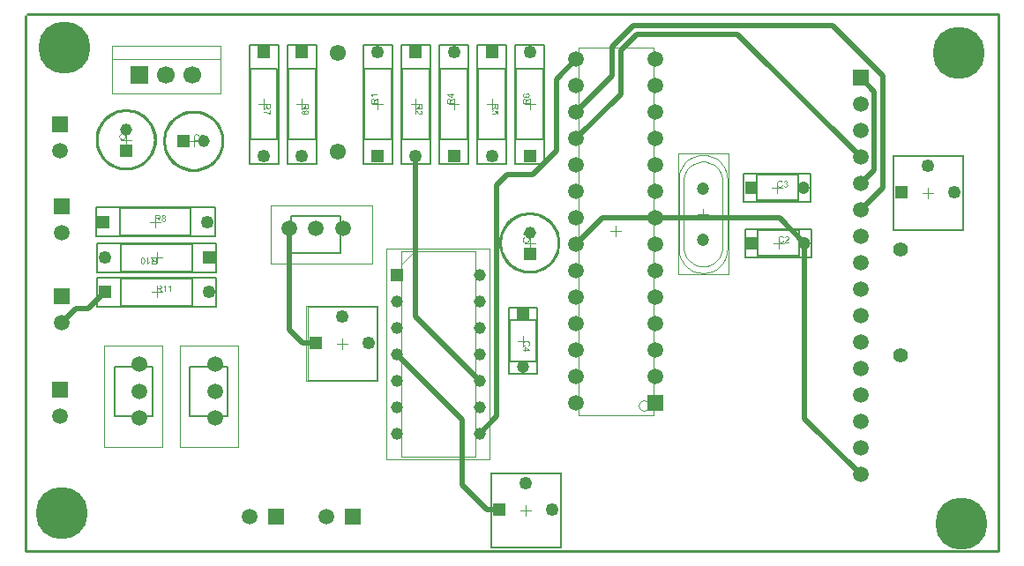
<source format=gbl>
G04*
G04 #@! TF.GenerationSoftware,Altium Limited,Altium Designer,21.4.1 (30)*
G04*
G04 Layer_Physical_Order=2*
G04 Layer_Color=16711680*
%FSLAX25Y25*%
%MOIN*%
G70*
G04*
G04 #@! TF.SameCoordinates,7442B5C9-F661-4E5B-B0DF-60D3DF887EF4*
G04*
G04*
G04 #@! TF.FilePolarity,Positive*
G04*
G01*
G75*
%ADD11C,0.00591*%
%ADD12C,0.00787*%
%ADD14C,0.00394*%
%ADD15C,0.01000*%
%ADD16C,0.00197*%
%ADD20C,0.04921*%
%ADD21R,0.04921X0.04921*%
%ADD22C,0.04528*%
%ADD23R,0.04528X0.04528*%
%ADD29R,0.04921X0.04921*%
%ADD30C,0.04724*%
%ADD31R,0.04724X0.04724*%
%ADD32R,0.04528X0.04528*%
%ADD37R,0.04724X0.04724*%
%ADD40C,0.02000*%
%ADD41C,0.06102*%
%ADD42R,0.04567X0.04567*%
%ADD43C,0.04567*%
%ADD44R,0.05906X0.05906*%
%ADD45C,0.05906*%
%ADD46C,0.05878*%
%ADD47C,0.19685*%
%ADD48R,0.05906X0.05906*%
%ADD49C,0.05512*%
%ADD50R,0.06693X0.06693*%
%ADD51C,0.06693*%
G36*
X233071Y370765D02*
X231102D01*
X231106Y370761D01*
X231120Y370743D01*
X231142Y370721D01*
X231168Y370685D01*
X231201Y370645D01*
X231237Y370594D01*
X231277Y370536D01*
X231317Y370470D01*
Y370467D01*
X231321Y370463D01*
X231335Y370441D01*
X231353Y370405D01*
X231375Y370361D01*
X231401Y370310D01*
X231426Y370255D01*
X231452Y370201D01*
X231473Y370146D01*
X231175D01*
Y370150D01*
X231168Y370157D01*
X231164Y370172D01*
X231153Y370190D01*
X231142Y370212D01*
X231128Y370237D01*
X231091Y370299D01*
X231051Y370372D01*
X231000Y370445D01*
X230942Y370521D01*
X230880Y370598D01*
X230877Y370601D01*
X230873Y370605D01*
X230862Y370616D01*
X230851Y370630D01*
X230815Y370663D01*
X230771Y370707D01*
X230720Y370750D01*
X230662Y370798D01*
X230604Y370838D01*
X230542Y370874D01*
Y371075D01*
X233071D01*
Y370765D01*
D02*
G37*
G36*
Y369298D02*
X232547Y368967D01*
X232544D01*
X232536Y368960D01*
X232525Y368952D01*
X232511Y368941D01*
X232471Y368916D01*
X232420Y368883D01*
X232365Y368843D01*
X232307Y368803D01*
X232253Y368763D01*
X232202Y368727D01*
X232198Y368723D01*
X232183Y368712D01*
X232161Y368694D01*
X232136Y368668D01*
X232081Y368614D01*
X232056Y368585D01*
X232034Y368556D01*
X232030Y368552D01*
X232027Y368545D01*
X232019Y368530D01*
X232009Y368508D01*
X231998Y368486D01*
X231987Y368461D01*
X231969Y368403D01*
Y368399D01*
X231965Y368392D01*
Y368377D01*
X231961Y368359D01*
X231958Y368334D01*
Y368304D01*
X231954Y368264D01*
Y367835D01*
X233071D01*
Y367500D01*
X230553D01*
Y368668D01*
X230556Y368698D01*
Y368730D01*
X230560Y368807D01*
X230571Y368887D01*
X230582Y368974D01*
X230600Y369054D01*
X230611Y369094D01*
X230622Y369127D01*
Y369131D01*
X230625Y369134D01*
X230636Y369156D01*
X230651Y369189D01*
X230676Y369229D01*
X230709Y369273D01*
X230753Y369320D01*
X230804Y369364D01*
X230862Y369407D01*
X230866D01*
X230869Y369411D01*
X230891Y369426D01*
X230927Y369440D01*
X230975Y369462D01*
X231029Y369480D01*
X231095Y369498D01*
X231164Y369509D01*
X231241Y369513D01*
X231244D01*
X231252D01*
X231266D01*
X231284Y369509D01*
X231310D01*
X231335Y369506D01*
X231397Y369491D01*
X231470Y369469D01*
X231546Y369440D01*
X231623Y369396D01*
X231659Y369367D01*
X231696Y369338D01*
X231699Y369335D01*
X231703Y369331D01*
X231714Y369320D01*
X231725Y369305D01*
X231739Y369287D01*
X231754Y369265D01*
X231772Y369236D01*
X231794Y369207D01*
X231812Y369171D01*
X231830Y369131D01*
X231852Y369087D01*
X231870Y369040D01*
X231885Y368985D01*
X231903Y368931D01*
X231914Y368869D01*
X231925Y368803D01*
X231928Y368810D01*
X231936Y368825D01*
X231950Y368847D01*
X231965Y368876D01*
X232005Y368941D01*
X232030Y368974D01*
X232052Y369003D01*
X232060Y369011D01*
X232078Y369029D01*
X232107Y369058D01*
X232143Y369094D01*
X232194Y369134D01*
X232249Y369182D01*
X232314Y369229D01*
X232387Y369280D01*
X233071Y369713D01*
Y369298D01*
D02*
G37*
G36*
X249947Y366332D02*
X249944Y366302D01*
Y366270D01*
X249940Y366193D01*
X249929Y366113D01*
X249918Y366026D01*
X249900Y365946D01*
X249889Y365906D01*
X249878Y365873D01*
Y365869D01*
X249875Y365866D01*
X249864Y365844D01*
X249849Y365811D01*
X249824Y365771D01*
X249791Y365727D01*
X249747Y365680D01*
X249696Y365636D01*
X249638Y365593D01*
X249634D01*
X249631Y365589D01*
X249609Y365575D01*
X249572Y365560D01*
X249525Y365538D01*
X249471Y365520D01*
X249405Y365502D01*
X249336Y365491D01*
X249259Y365487D01*
X249256D01*
X249249D01*
X249234D01*
X249216Y365491D01*
X249190D01*
X249165Y365494D01*
X249103Y365509D01*
X249030Y365531D01*
X248954Y365560D01*
X248877Y365604D01*
X248841Y365633D01*
X248804Y365662D01*
X248801Y365666D01*
X248797Y365669D01*
X248786Y365680D01*
X248775Y365695D01*
X248761Y365713D01*
X248746Y365735D01*
X248728Y365764D01*
X248706Y365793D01*
X248688Y365829D01*
X248670Y365869D01*
X248648Y365913D01*
X248630Y365960D01*
X248615Y366015D01*
X248597Y366070D01*
X248586Y366131D01*
X248575Y366197D01*
X248571Y366190D01*
X248564Y366175D01*
X248550Y366153D01*
X248535Y366124D01*
X248495Y366059D01*
X248470Y366026D01*
X248448Y365997D01*
X248440Y365989D01*
X248422Y365971D01*
X248393Y365942D01*
X248357Y365906D01*
X248306Y365866D01*
X248251Y365818D01*
X248186Y365771D01*
X248113Y365720D01*
X247428Y365287D01*
Y365702D01*
X247953Y366033D01*
X247956D01*
X247964Y366040D01*
X247974Y366048D01*
X247989Y366059D01*
X248029Y366084D01*
X248080Y366117D01*
X248135Y366157D01*
X248193Y366197D01*
X248248Y366237D01*
X248299Y366273D01*
X248302Y366277D01*
X248317Y366288D01*
X248339Y366306D01*
X248364Y366332D01*
X248419Y366386D01*
X248444Y366415D01*
X248466Y366444D01*
X248470Y366448D01*
X248473Y366455D01*
X248481Y366470D01*
X248491Y366492D01*
X248502Y366514D01*
X248513Y366539D01*
X248531Y366597D01*
Y366601D01*
X248535Y366608D01*
Y366623D01*
X248539Y366641D01*
X248542Y366667D01*
Y366696D01*
X248546Y366736D01*
Y367165D01*
X247428D01*
Y367500D01*
X249947D01*
Y366332D01*
D02*
G37*
G36*
X247498Y365130D02*
X247530Y365127D01*
X247567Y365120D01*
X247603Y365112D01*
X247643Y365098D01*
X247647D01*
X247651Y365094D01*
X247672Y365087D01*
X247705Y365072D01*
X247749Y365050D01*
X247800Y365021D01*
X247858Y364985D01*
X247916Y364945D01*
X247978Y364894D01*
X247982D01*
X247985Y364887D01*
X248007Y364868D01*
X248040Y364836D01*
X248087Y364788D01*
X248142Y364734D01*
X248207Y364665D01*
X248280Y364581D01*
X248357Y364490D01*
X248360Y364486D01*
X248371Y364472D01*
X248390Y364450D01*
X248411Y364424D01*
X248440Y364391D01*
X248473Y364352D01*
X248510Y364311D01*
X248550Y364264D01*
X248637Y364173D01*
X248724Y364082D01*
X248768Y364038D01*
X248812Y363998D01*
X248852Y363962D01*
X248892Y363933D01*
X248895D01*
X248899Y363926D01*
X248910Y363918D01*
X248925Y363911D01*
X248965Y363886D01*
X249012Y363856D01*
X249070Y363831D01*
X249132Y363806D01*
X249201Y363791D01*
X249267Y363784D01*
X249270D01*
X249274D01*
X249296Y363787D01*
X249332Y363791D01*
X249372Y363802D01*
X249423Y363816D01*
X249474Y363842D01*
X249525Y363875D01*
X249576Y363918D01*
X249583Y363926D01*
X249598Y363944D01*
X249616Y363969D01*
X249642Y364009D01*
X249663Y364060D01*
X249685Y364119D01*
X249700Y364188D01*
X249704Y364264D01*
Y364286D01*
X249700Y364300D01*
X249696Y364344D01*
X249685Y364395D01*
X249671Y364450D01*
X249645Y364512D01*
X249612Y364570D01*
X249569Y364625D01*
X249562Y364632D01*
X249543Y364646D01*
X249514Y364668D01*
X249471Y364690D01*
X249420Y364716D01*
X249354Y364737D01*
X249281Y364752D01*
X249198Y364759D01*
X249230Y365076D01*
X249234D01*
X249245Y365072D01*
X249263D01*
X249289Y365069D01*
X249318Y365061D01*
X249350Y365054D01*
X249391Y365043D01*
X249430Y365032D01*
X249518Y365003D01*
X249605Y364959D01*
X249649Y364934D01*
X249693Y364901D01*
X249733Y364868D01*
X249769Y364832D01*
X249773Y364828D01*
X249776Y364821D01*
X249787Y364810D01*
X249798Y364792D01*
X249813Y364770D01*
X249827Y364745D01*
X249846Y364716D01*
X249864Y364679D01*
X249882Y364639D01*
X249900Y364595D01*
X249915Y364548D01*
X249929Y364497D01*
X249940Y364442D01*
X249951Y364384D01*
X249955Y364322D01*
X249958Y364257D01*
Y364220D01*
X249955Y364195D01*
X249951Y364166D01*
X249947Y364129D01*
X249940Y364089D01*
X249933Y364049D01*
X249907Y363955D01*
X249871Y363860D01*
X249849Y363813D01*
X249824Y363765D01*
X249791Y363722D01*
X249755Y363682D01*
X249751Y363678D01*
X249747Y363671D01*
X249733Y363664D01*
X249718Y363649D01*
X249700Y363631D01*
X249674Y363613D01*
X249649Y363594D01*
X249616Y363573D01*
X249547Y363536D01*
X249460Y363500D01*
X249416Y363485D01*
X249365Y363478D01*
X249314Y363471D01*
X249259Y363467D01*
X249252D01*
X249234D01*
X249205Y363471D01*
X249165Y363474D01*
X249121Y363481D01*
X249070Y363496D01*
X249016Y363511D01*
X248961Y363532D01*
X248954Y363536D01*
X248936Y363543D01*
X248906Y363558D01*
X248866Y363580D01*
X248823Y363609D01*
X248768Y363645D01*
X248713Y363689D01*
X248652Y363740D01*
X248644Y363747D01*
X248622Y363765D01*
X248604Y363784D01*
X248586Y363802D01*
X248564Y363824D01*
X248535Y363853D01*
X248506Y363882D01*
X248473Y363918D01*
X248437Y363955D01*
X248397Y363998D01*
X248357Y364046D01*
X248309Y364097D01*
X248262Y364155D01*
X248211Y364213D01*
X248207Y364217D01*
X248200Y364224D01*
X248189Y364239D01*
X248175Y364257D01*
X248153Y364279D01*
X248131Y364304D01*
X248084Y364362D01*
X248029Y364424D01*
X247974Y364482D01*
X247927Y364533D01*
X247909Y364555D01*
X247891Y364574D01*
X247887Y364577D01*
X247876Y364588D01*
X247862Y364603D01*
X247840Y364621D01*
X247814Y364639D01*
X247789Y364661D01*
X247727Y364705D01*
Y363463D01*
X247428D01*
Y365134D01*
X247432D01*
X247447D01*
X247469D01*
X247498Y365130D01*
D02*
G37*
G36*
X261181Y371209D02*
X261786D01*
Y370900D01*
X261181D01*
Y369804D01*
X260898D01*
X259267Y370958D01*
Y371209D01*
X260898D01*
Y371551D01*
X261181D01*
Y371209D01*
D02*
G37*
G36*
X261786Y369298D02*
X261262Y368967D01*
X261258D01*
X261251Y368960D01*
X261240Y368952D01*
X261225Y368941D01*
X261185Y368916D01*
X261134Y368883D01*
X261080Y368843D01*
X261021Y368803D01*
X260967Y368763D01*
X260916Y368727D01*
X260912Y368723D01*
X260898Y368712D01*
X260876Y368694D01*
X260850Y368668D01*
X260796Y368614D01*
X260770Y368585D01*
X260748Y368556D01*
X260745Y368552D01*
X260741Y368545D01*
X260734Y368530D01*
X260723Y368508D01*
X260712Y368486D01*
X260701Y368461D01*
X260683Y368403D01*
Y368399D01*
X260679Y368392D01*
Y368377D01*
X260676Y368359D01*
X260672Y368334D01*
Y368304D01*
X260668Y368264D01*
Y367835D01*
X261786D01*
Y367500D01*
X259267D01*
Y368668D01*
X259271Y368698D01*
Y368730D01*
X259274Y368807D01*
X259285Y368887D01*
X259296Y368974D01*
X259314Y369054D01*
X259325Y369094D01*
X259336Y369127D01*
Y369131D01*
X259340Y369134D01*
X259351Y369156D01*
X259365Y369189D01*
X259391Y369229D01*
X259423Y369273D01*
X259467Y369320D01*
X259518Y369364D01*
X259576Y369407D01*
X259580D01*
X259584Y369411D01*
X259605Y369426D01*
X259642Y369440D01*
X259689Y369462D01*
X259744Y369480D01*
X259809Y369498D01*
X259878Y369509D01*
X259955Y369513D01*
X259959D01*
X259966D01*
X259980D01*
X259998Y369509D01*
X260024D01*
X260050Y369506D01*
X260111Y369491D01*
X260184Y369469D01*
X260261Y369440D01*
X260337Y369396D01*
X260373Y369367D01*
X260410Y369338D01*
X260414Y369335D01*
X260417Y369331D01*
X260428Y369320D01*
X260439Y369305D01*
X260454Y369287D01*
X260468Y369265D01*
X260486Y369236D01*
X260508Y369207D01*
X260526Y369171D01*
X260544Y369131D01*
X260566Y369087D01*
X260585Y369040D01*
X260599Y368985D01*
X260617Y368931D01*
X260628Y368869D01*
X260639Y368803D01*
X260643Y368810D01*
X260650Y368825D01*
X260665Y368847D01*
X260679Y368876D01*
X260719Y368941D01*
X260745Y368974D01*
X260767Y369003D01*
X260774Y369011D01*
X260792Y369029D01*
X260821Y369058D01*
X260858Y369094D01*
X260909Y369134D01*
X260963Y369182D01*
X261029Y369229D01*
X261101Y369280D01*
X261786Y369713D01*
Y369298D01*
D02*
G37*
G36*
X166954Y356070D02*
X166980D01*
X167009Y356066D01*
X167078Y356052D01*
X167155Y356033D01*
X167235Y356004D01*
X167315Y355961D01*
X167355Y355935D01*
X167391Y355906D01*
X167395Y355902D01*
X167398Y355899D01*
X167409Y355888D01*
X167420Y355877D01*
X167438Y355859D01*
X167453Y355837D01*
X167493Y355786D01*
X167533Y355720D01*
X167569Y355640D01*
X167602Y355549D01*
X167624Y355447D01*
X167315Y355422D01*
Y355426D01*
X167311Y355429D01*
X167307Y355451D01*
X167297Y355484D01*
X167282Y355524D01*
X167267Y355568D01*
X167245Y355611D01*
X167220Y355651D01*
X167195Y355684D01*
X167187Y355691D01*
X167173Y355706D01*
X167147Y355728D01*
X167111Y355753D01*
X167063Y355775D01*
X167013Y355797D01*
X166951Y355811D01*
X166885Y355819D01*
X166860D01*
X166831Y355815D01*
X166798Y355808D01*
X166754Y355797D01*
X166710Y355782D01*
X166667Y355764D01*
X166623Y355735D01*
X166616Y355731D01*
X166598Y355717D01*
X166572Y355691D01*
X166539Y355655D01*
X166503Y355611D01*
X166463Y355560D01*
X166427Y355495D01*
X166390Y355422D01*
Y355418D01*
X166386Y355411D01*
X166383Y355400D01*
X166376Y355385D01*
X166372Y355364D01*
X166365Y355338D01*
X166357Y355309D01*
X166350Y355273D01*
X166339Y355233D01*
X166332Y355189D01*
X166325Y355142D01*
X166321Y355091D01*
X166314Y355032D01*
X166310Y354974D01*
X166306Y354909D01*
Y354843D01*
X166310Y354847D01*
X166325Y354869D01*
X166350Y354898D01*
X166383Y354934D01*
X166419Y354978D01*
X166467Y355018D01*
X166517Y355058D01*
X166576Y355094D01*
X166579D01*
X166583Y355098D01*
X166605Y355109D01*
X166638Y355120D01*
X166681Y355138D01*
X166732Y355153D01*
X166790Y355163D01*
X166852Y355174D01*
X166918Y355178D01*
X166947D01*
X166969Y355174D01*
X166998Y355171D01*
X167027Y355167D01*
X167063Y355160D01*
X167100Y355149D01*
X167184Y355123D01*
X167227Y355105D01*
X167271Y355080D01*
X167315Y355054D01*
X167362Y355025D01*
X167406Y354989D01*
X167446Y354949D01*
X167449Y354945D01*
X167457Y354938D01*
X167468Y354927D01*
X167479Y354909D01*
X167497Y354883D01*
X167515Y354858D01*
X167533Y354825D01*
X167555Y354788D01*
X167577Y354749D01*
X167595Y354705D01*
X167613Y354654D01*
X167631Y354603D01*
X167642Y354548D01*
X167653Y354486D01*
X167660Y354425D01*
X167664Y354359D01*
Y354355D01*
Y354348D01*
Y354337D01*
Y354319D01*
X167660Y354297D01*
Y354275D01*
X167649Y354217D01*
X167639Y354148D01*
X167620Y354075D01*
X167595Y353995D01*
X167559Y353919D01*
Y353915D01*
X167555Y353911D01*
X167548Y353900D01*
X167540Y353886D01*
X167518Y353849D01*
X167486Y353802D01*
X167446Y353751D01*
X167398Y353700D01*
X167340Y353649D01*
X167278Y353606D01*
X167275D01*
X167271Y353602D01*
X167260Y353595D01*
X167245Y353591D01*
X167209Y353573D01*
X167162Y353555D01*
X167100Y353533D01*
X167031Y353518D01*
X166954Y353504D01*
X166871Y353500D01*
X166852D01*
X166834Y353504D01*
X166805D01*
X166772Y353507D01*
X166736Y353515D01*
X166692Y353525D01*
X166649Y353536D01*
X166598Y353551D01*
X166547Y353569D01*
X166496Y353591D01*
X166441Y353620D01*
X166390Y353653D01*
X166339Y353689D01*
X166288Y353733D01*
X166241Y353784D01*
X166237Y353787D01*
X166230Y353798D01*
X166219Y353813D01*
X166205Y353838D01*
X166183Y353871D01*
X166164Y353908D01*
X166143Y353955D01*
X166121Y354006D01*
X166095Y354068D01*
X166073Y354137D01*
X166055Y354213D01*
X166037Y354297D01*
X166019Y354392D01*
X166008Y354494D01*
X166001Y354603D01*
X165997Y354719D01*
Y354723D01*
Y354727D01*
Y354738D01*
Y354752D01*
X166001Y354788D01*
Y354839D01*
X166004Y354898D01*
X166012Y354967D01*
X166019Y355043D01*
X166030Y355127D01*
X166044Y355211D01*
X166062Y355302D01*
X166084Y355389D01*
X166110Y355476D01*
X166143Y355560D01*
X166179Y355640D01*
X166219Y355717D01*
X166266Y355782D01*
X166270Y355786D01*
X166277Y355793D01*
X166292Y355808D01*
X166310Y355830D01*
X166332Y355851D01*
X166361Y355873D01*
X166397Y355902D01*
X166434Y355928D01*
X166478Y355953D01*
X166525Y355982D01*
X166579Y356004D01*
X166634Y356030D01*
X166696Y356048D01*
X166761Y356063D01*
X166831Y356070D01*
X166903Y356073D01*
X166932D01*
X166954Y356070D01*
D02*
G37*
G36*
X164749Y356103D02*
X164781Y356099D01*
X164821Y356095D01*
X164861Y356092D01*
X164909Y356081D01*
X165007Y356059D01*
X165116Y356026D01*
X165171Y356004D01*
X165222Y355979D01*
X165273Y355946D01*
X165324Y355913D01*
X165327Y355910D01*
X165334Y355906D01*
X165349Y355895D01*
X165367Y355877D01*
X165385Y355859D01*
X165411Y355833D01*
X165436Y355804D01*
X165466Y355775D01*
X165495Y355738D01*
X165524Y355695D01*
X165557Y355651D01*
X165586Y355604D01*
X165611Y355549D01*
X165640Y355495D01*
X165662Y355436D01*
X165684Y355371D01*
X165356Y355294D01*
Y355298D01*
X165353Y355305D01*
X165345Y355320D01*
X165338Y355338D01*
X165331Y355360D01*
X165320Y355389D01*
X165291Y355447D01*
X165254Y355513D01*
X165211Y355578D01*
X165156Y355640D01*
X165098Y355695D01*
X165091Y355702D01*
X165069Y355717D01*
X165032Y355735D01*
X164985Y355760D01*
X164923Y355782D01*
X164854Y355804D01*
X164770Y355819D01*
X164679Y355822D01*
X164650D01*
X164632Y355819D01*
X164606D01*
X164577Y355815D01*
X164508Y355804D01*
X164432Y355789D01*
X164352Y355764D01*
X164268Y355728D01*
X164192Y355680D01*
X164188D01*
X164184Y355673D01*
X164159Y355655D01*
X164126Y355626D01*
X164086Y355582D01*
X164039Y355527D01*
X163995Y355466D01*
X163955Y355389D01*
X163919Y355305D01*
Y355302D01*
X163915Y355294D01*
X163911Y355284D01*
X163908Y355265D01*
X163900Y355243D01*
X163893Y355218D01*
X163882Y355156D01*
X163868Y355083D01*
X163853Y355003D01*
X163846Y354916D01*
X163842Y354821D01*
Y354818D01*
Y354807D01*
Y354788D01*
Y354767D01*
X163846Y354741D01*
Y354708D01*
X163849Y354672D01*
X163853Y354632D01*
X163864Y354545D01*
X163882Y354450D01*
X163904Y354355D01*
X163933Y354261D01*
Y354257D01*
X163937Y354250D01*
X163944Y354239D01*
X163951Y354221D01*
X163973Y354177D01*
X164006Y354126D01*
X164046Y354068D01*
X164097Y354006D01*
X164155Y353951D01*
X164224Y353900D01*
X164228D01*
X164235Y353897D01*
X164246Y353889D01*
X164261Y353882D01*
X164279Y353875D01*
X164301Y353864D01*
X164352Y353842D01*
X164417Y353820D01*
X164490Y353802D01*
X164570Y353787D01*
X164654Y353784D01*
X164679D01*
X164701Y353787D01*
X164727D01*
X164752Y353791D01*
X164818Y353806D01*
X164894Y353824D01*
X164971Y353853D01*
X165051Y353893D01*
X165091Y353915D01*
X165127Y353944D01*
X165131Y353948D01*
X165134Y353951D01*
X165145Y353962D01*
X165160Y353973D01*
X165174Y353991D01*
X165193Y354013D01*
X165214Y354035D01*
X165233Y354064D01*
X165254Y354097D01*
X165280Y354133D01*
X165302Y354170D01*
X165324Y354213D01*
X165342Y354261D01*
X165360Y354312D01*
X165378Y354366D01*
X165393Y354425D01*
X165728Y354341D01*
Y354337D01*
X165724Y354323D01*
X165717Y354301D01*
X165706Y354272D01*
X165695Y354239D01*
X165680Y354199D01*
X165662Y354155D01*
X165640Y354108D01*
X165589Y354006D01*
X165524Y353904D01*
X165484Y353853D01*
X165444Y353802D01*
X165400Y353758D01*
X165349Y353715D01*
X165345Y353711D01*
X165338Y353704D01*
X165320Y353696D01*
X165302Y353682D01*
X165273Y353664D01*
X165243Y353646D01*
X165203Y353627D01*
X165163Y353609D01*
X165116Y353587D01*
X165065Y353569D01*
X165010Y353551D01*
X164952Y353533D01*
X164890Y353518D01*
X164825Y353511D01*
X164756Y353504D01*
X164683Y353500D01*
X164643D01*
X164614Y353504D01*
X164581D01*
X164541Y353507D01*
X164497Y353515D01*
X164446Y353522D01*
X164341Y353540D01*
X164232Y353569D01*
X164122Y353609D01*
X164071Y353635D01*
X164021Y353664D01*
X164017Y353667D01*
X164009Y353671D01*
X163995Y353682D01*
X163980Y353696D01*
X163959Y353711D01*
X163933Y353733D01*
X163904Y353758D01*
X163875Y353787D01*
X163846Y353820D01*
X163813Y353853D01*
X163748Y353937D01*
X163686Y354035D01*
X163631Y354144D01*
Y354148D01*
X163624Y354159D01*
X163620Y354177D01*
X163609Y354199D01*
X163602Y354228D01*
X163591Y354264D01*
X163576Y354304D01*
X163566Y354348D01*
X163555Y354395D01*
X163540Y354450D01*
X163522Y354563D01*
X163507Y354690D01*
X163500Y354821D01*
Y354825D01*
Y354839D01*
Y354861D01*
X163504Y354887D01*
Y354923D01*
X163507Y354960D01*
X163511Y355007D01*
X163518Y355054D01*
X163536Y355160D01*
X163562Y355276D01*
X163598Y355393D01*
X163649Y355506D01*
X163653Y355509D01*
X163656Y355520D01*
X163664Y355535D01*
X163678Y355553D01*
X163693Y355578D01*
X163711Y355608D01*
X163758Y355673D01*
X163820Y355746D01*
X163893Y355819D01*
X163977Y355891D01*
X164075Y355953D01*
X164079Y355957D01*
X164090Y355961D01*
X164104Y355968D01*
X164122Y355979D01*
X164152Y355990D01*
X164181Y356001D01*
X164217Y356015D01*
X164257Y356030D01*
X164301Y356044D01*
X164348Y356059D01*
X164450Y356081D01*
X164567Y356099D01*
X164687Y356106D01*
X164723D01*
X164749Y356103D01*
D02*
G37*
G36*
X289703Y371559D02*
X289725D01*
X289783Y371548D01*
X289852Y371537D01*
X289925Y371518D01*
X290005Y371493D01*
X290081Y371457D01*
X290085D01*
X290089Y371453D01*
X290100Y371446D01*
X290114Y371439D01*
X290151Y371417D01*
X290198Y371384D01*
X290249Y371344D01*
X290300Y371297D01*
X290351Y371238D01*
X290394Y371176D01*
Y371173D01*
X290398Y371169D01*
X290405Y371158D01*
X290409Y371144D01*
X290427Y371107D01*
X290445Y371060D01*
X290467Y370998D01*
X290482Y370929D01*
X290496Y370852D01*
X290500Y370769D01*
Y370750D01*
X290496Y370732D01*
Y370703D01*
X290493Y370670D01*
X290486Y370634D01*
X290475Y370590D01*
X290464Y370547D01*
X290449Y370496D01*
X290431Y370445D01*
X290409Y370394D01*
X290380Y370339D01*
X290347Y370288D01*
X290311Y370237D01*
X290267Y370186D01*
X290216Y370139D01*
X290212Y370135D01*
X290202Y370128D01*
X290187Y370117D01*
X290161Y370103D01*
X290129Y370081D01*
X290092Y370062D01*
X290045Y370041D01*
X289994Y370019D01*
X289932Y369993D01*
X289863Y369971D01*
X289787Y369953D01*
X289703Y369935D01*
X289608Y369917D01*
X289506Y369906D01*
X289397Y369899D01*
X289281Y369895D01*
X289277D01*
X289273D01*
X289262D01*
X289248D01*
X289212Y369899D01*
X289160D01*
X289102Y369902D01*
X289033Y369910D01*
X288957Y369917D01*
X288873Y369928D01*
X288789Y369942D01*
X288698Y369961D01*
X288611Y369983D01*
X288524Y370008D01*
X288440Y370041D01*
X288360Y370077D01*
X288283Y370117D01*
X288218Y370164D01*
X288214Y370168D01*
X288207Y370175D01*
X288192Y370190D01*
X288170Y370208D01*
X288149Y370230D01*
X288127Y370259D01*
X288098Y370296D01*
X288072Y370332D01*
X288047Y370376D01*
X288018Y370423D01*
X287996Y370478D01*
X287970Y370532D01*
X287952Y370594D01*
X287937Y370659D01*
X287930Y370729D01*
X287927Y370801D01*
Y370831D01*
X287930Y370852D01*
Y370878D01*
X287934Y370907D01*
X287948Y370976D01*
X287967Y371053D01*
X287996Y371133D01*
X288039Y371213D01*
X288065Y371253D01*
X288094Y371289D01*
X288098Y371293D01*
X288101Y371297D01*
X288112Y371307D01*
X288123Y371318D01*
X288141Y371337D01*
X288163Y371351D01*
X288214Y371391D01*
X288280Y371431D01*
X288360Y371468D01*
X288451Y371500D01*
X288553Y371522D01*
X288578Y371213D01*
X288575D01*
X288571Y371209D01*
X288549Y371205D01*
X288516Y371195D01*
X288476Y371180D01*
X288433Y371165D01*
X288389Y371144D01*
X288349Y371118D01*
X288316Y371093D01*
X288309Y371085D01*
X288294Y371071D01*
X288272Y371045D01*
X288247Y371009D01*
X288225Y370962D01*
X288203Y370911D01*
X288189Y370849D01*
X288181Y370783D01*
Y370758D01*
X288185Y370729D01*
X288192Y370696D01*
X288203Y370652D01*
X288218Y370608D01*
X288236Y370565D01*
X288265Y370521D01*
X288269Y370514D01*
X288283Y370496D01*
X288309Y370470D01*
X288345Y370438D01*
X288389Y370401D01*
X288440Y370361D01*
X288505Y370325D01*
X288578Y370288D01*
X288582D01*
X288589Y370285D01*
X288600Y370281D01*
X288615Y370274D01*
X288636Y370270D01*
X288662Y370263D01*
X288691Y370255D01*
X288727Y370248D01*
X288767Y370237D01*
X288811Y370230D01*
X288858Y370223D01*
X288909Y370219D01*
X288968Y370212D01*
X289026Y370208D01*
X289091Y370204D01*
X289157D01*
X289153Y370208D01*
X289131Y370223D01*
X289102Y370248D01*
X289066Y370281D01*
X289022Y370317D01*
X288982Y370365D01*
X288942Y370416D01*
X288906Y370474D01*
Y370478D01*
X288902Y370481D01*
X288891Y370503D01*
X288880Y370536D01*
X288862Y370579D01*
X288847Y370630D01*
X288837Y370689D01*
X288826Y370750D01*
X288822Y370816D01*
Y370845D01*
X288826Y370867D01*
X288829Y370896D01*
X288833Y370925D01*
X288840Y370962D01*
X288851Y370998D01*
X288877Y371082D01*
X288895Y371125D01*
X288920Y371169D01*
X288946Y371213D01*
X288975Y371260D01*
X289011Y371304D01*
X289051Y371344D01*
X289055Y371347D01*
X289062Y371355D01*
X289073Y371366D01*
X289091Y371377D01*
X289117Y371395D01*
X289142Y371413D01*
X289175Y371431D01*
X289212Y371453D01*
X289251Y371475D01*
X289295Y371493D01*
X289346Y371511D01*
X289397Y371530D01*
X289452Y371540D01*
X289514Y371551D01*
X289576Y371559D01*
X289641Y371562D01*
X289645D01*
X289652D01*
X289663D01*
X289681D01*
X289703Y371559D01*
D02*
G37*
G36*
X290456Y369298D02*
X289932Y368967D01*
X289929D01*
X289921Y368960D01*
X289910Y368952D01*
X289896Y368941D01*
X289856Y368916D01*
X289805Y368883D01*
X289750Y368843D01*
X289692Y368803D01*
X289637Y368763D01*
X289586Y368727D01*
X289583Y368723D01*
X289568Y368712D01*
X289546Y368694D01*
X289521Y368668D01*
X289466Y368614D01*
X289441Y368585D01*
X289419Y368556D01*
X289415Y368552D01*
X289412Y368545D01*
X289404Y368530D01*
X289393Y368508D01*
X289383Y368486D01*
X289372Y368461D01*
X289353Y368403D01*
Y368399D01*
X289350Y368392D01*
Y368377D01*
X289346Y368359D01*
X289342Y368334D01*
Y368304D01*
X289339Y368264D01*
Y367835D01*
X290456D01*
Y367500D01*
X287937D01*
Y368668D01*
X287941Y368698D01*
Y368730D01*
X287945Y368807D01*
X287956Y368887D01*
X287967Y368974D01*
X287985Y369054D01*
X287996Y369094D01*
X288007Y369127D01*
Y369131D01*
X288010Y369134D01*
X288021Y369156D01*
X288036Y369189D01*
X288061Y369229D01*
X288094Y369273D01*
X288138Y369320D01*
X288189Y369364D01*
X288247Y369407D01*
X288250D01*
X288254Y369411D01*
X288276Y369426D01*
X288312Y369440D01*
X288360Y369462D01*
X288414Y369480D01*
X288480Y369498D01*
X288549Y369509D01*
X288625Y369513D01*
X288629D01*
X288636D01*
X288651D01*
X288669Y369509D01*
X288695D01*
X288720Y369506D01*
X288782Y369491D01*
X288855Y369469D01*
X288931Y369440D01*
X289008Y369396D01*
X289044Y369367D01*
X289080Y369338D01*
X289084Y369335D01*
X289088Y369331D01*
X289099Y369320D01*
X289110Y369305D01*
X289124Y369287D01*
X289139Y369265D01*
X289157Y369236D01*
X289179Y369207D01*
X289197Y369171D01*
X289215Y369131D01*
X289237Y369087D01*
X289255Y369040D01*
X289270Y368985D01*
X289288Y368931D01*
X289299Y368869D01*
X289310Y368803D01*
X289313Y368810D01*
X289321Y368825D01*
X289335Y368847D01*
X289350Y368876D01*
X289390Y368941D01*
X289415Y368974D01*
X289437Y369003D01*
X289444Y369011D01*
X289463Y369029D01*
X289492Y369058D01*
X289528Y369094D01*
X289579Y369134D01*
X289634Y369182D01*
X289699Y369229D01*
X289772Y369280D01*
X290456Y369713D01*
Y369298D01*
D02*
G37*
G36*
X206920Y366332D02*
X206916Y366302D01*
Y366270D01*
X206912Y366193D01*
X206902Y366113D01*
X206891Y366026D01*
X206872Y365946D01*
X206861Y365906D01*
X206851Y365873D01*
Y365869D01*
X206847Y365866D01*
X206836Y365844D01*
X206821Y365811D01*
X206796Y365771D01*
X206763Y365727D01*
X206719Y365680D01*
X206668Y365636D01*
X206610Y365593D01*
X206607D01*
X206603Y365589D01*
X206581Y365575D01*
X206545Y365560D01*
X206497Y365538D01*
X206443Y365520D01*
X206377Y365502D01*
X206308Y365491D01*
X206232Y365487D01*
X206228D01*
X206221D01*
X206206D01*
X206188Y365491D01*
X206163D01*
X206137Y365494D01*
X206075Y365509D01*
X206002Y365531D01*
X205926Y365560D01*
X205850Y365604D01*
X205813Y365633D01*
X205777Y365662D01*
X205773Y365666D01*
X205769Y365669D01*
X205759Y365680D01*
X205748Y365695D01*
X205733Y365713D01*
X205718Y365735D01*
X205700Y365764D01*
X205678Y365793D01*
X205660Y365829D01*
X205642Y365869D01*
X205620Y365913D01*
X205602Y365960D01*
X205587Y366015D01*
X205569Y366070D01*
X205558Y366131D01*
X205547Y366197D01*
X205544Y366190D01*
X205537Y366175D01*
X205522Y366153D01*
X205507Y366124D01*
X205467Y366059D01*
X205442Y366026D01*
X205420Y365997D01*
X205413Y365989D01*
X205395Y365971D01*
X205365Y365942D01*
X205329Y365906D01*
X205278Y365866D01*
X205223Y365818D01*
X205158Y365771D01*
X205085Y365720D01*
X204401Y365287D01*
Y365702D01*
X204925Y366033D01*
X204929D01*
X204936Y366040D01*
X204947Y366048D01*
X204961Y366059D01*
X205001Y366084D01*
X205052Y366117D01*
X205107Y366157D01*
X205165Y366197D01*
X205220Y366237D01*
X205271Y366273D01*
X205274Y366277D01*
X205289Y366288D01*
X205311Y366306D01*
X205336Y366332D01*
X205391Y366386D01*
X205416Y366415D01*
X205438Y366444D01*
X205442Y366448D01*
X205446Y366455D01*
X205453Y366470D01*
X205464Y366492D01*
X205475Y366514D01*
X205486Y366539D01*
X205504Y366597D01*
Y366601D01*
X205507Y366608D01*
Y366623D01*
X205511Y366641D01*
X205515Y366667D01*
Y366696D01*
X205518Y366736D01*
Y367165D01*
X204401D01*
Y367500D01*
X206920D01*
Y366332D01*
D02*
G37*
G36*
X206141Y365087D02*
X206173Y365083D01*
X206213Y365079D01*
X206254Y365072D01*
X206301Y365061D01*
X206396Y365036D01*
X206447Y365018D01*
X206501Y364996D01*
X206552Y364970D01*
X206599Y364937D01*
X206650Y364905D01*
X206694Y364865D01*
X206698Y364861D01*
X206705Y364854D01*
X206716Y364843D01*
X206730Y364825D01*
X206749Y364803D01*
X206770Y364774D01*
X206789Y364745D01*
X206814Y364708D01*
X206836Y364672D01*
X206854Y364628D01*
X206894Y364530D01*
X206909Y364479D01*
X206920Y364421D01*
X206927Y364362D01*
X206931Y364300D01*
Y364275D01*
X206927Y364257D01*
Y364239D01*
X206923Y364213D01*
X206912Y364151D01*
X206898Y364082D01*
X206872Y364006D01*
X206840Y363929D01*
X206796Y363853D01*
Y363849D01*
X206789Y363845D01*
X206781Y363835D01*
X206770Y363820D01*
X206741Y363784D01*
X206701Y363736D01*
X206647Y363689D01*
X206581Y363634D01*
X206505Y363587D01*
X206417Y363543D01*
X206414D01*
X206406Y363540D01*
X206392Y363532D01*
X206374Y363525D01*
X206348Y363518D01*
X206315Y363507D01*
X206279Y363500D01*
X206239Y363489D01*
X206192Y363478D01*
X206137Y363467D01*
X206079Y363460D01*
X206017Y363452D01*
X205948Y363445D01*
X205875Y363438D01*
X205795Y363434D01*
X205711D01*
X205708D01*
X205689D01*
X205664D01*
X205631D01*
X205591Y363438D01*
X205544D01*
X205489Y363441D01*
X205434Y363449D01*
X205311Y363460D01*
X205180Y363478D01*
X205056Y363503D01*
X204994Y363522D01*
X204940Y363540D01*
X204936D01*
X204929Y363543D01*
X204914Y363551D01*
X204892Y363558D01*
X204870Y363569D01*
X204841Y363583D01*
X204779Y363620D01*
X204710Y363664D01*
X204637Y363715D01*
X204568Y363780D01*
X204506Y363853D01*
Y363856D01*
X204499Y363864D01*
X204492Y363875D01*
X204485Y363889D01*
X204474Y363911D01*
X204459Y363933D01*
X204445Y363962D01*
X204433Y363991D01*
X204404Y364060D01*
X204379Y364144D01*
X204364Y364235D01*
X204357Y364337D01*
Y364366D01*
X204361Y364384D01*
Y364410D01*
X204364Y364439D01*
X204379Y364508D01*
X204397Y364584D01*
X204426Y364665D01*
X204466Y364745D01*
X204492Y364785D01*
X204521Y364821D01*
X204524Y364825D01*
X204528Y364828D01*
X204539Y364839D01*
X204550Y364850D01*
X204568Y364865D01*
X204590Y364883D01*
X204641Y364919D01*
X204707Y364956D01*
X204787Y364992D01*
X204878Y365021D01*
X204983Y365043D01*
X205009Y364745D01*
X205005D01*
X204998Y364741D01*
X204991D01*
X204976Y364737D01*
X204936Y364726D01*
X204892Y364712D01*
X204841Y364694D01*
X204790Y364668D01*
X204743Y364639D01*
X204703Y364603D01*
X204699Y364599D01*
X204688Y364584D01*
X204674Y364559D01*
X204659Y364530D01*
X204641Y364490D01*
X204626Y364442D01*
X204615Y364388D01*
X204612Y364330D01*
Y364304D01*
X204615Y364279D01*
X204619Y364246D01*
X204626Y364206D01*
X204637Y364166D01*
X204652Y364122D01*
X204674Y364082D01*
X204677Y364078D01*
X204685Y364064D01*
X204699Y364042D01*
X204721Y364020D01*
X204747Y363991D01*
X204776Y363962D01*
X204808Y363933D01*
X204849Y363904D01*
X204852Y363900D01*
X204870Y363893D01*
X204896Y363878D01*
X204929Y363864D01*
X204972Y363845D01*
X205023Y363827D01*
X205082Y363809D01*
X205147Y363791D01*
X205151D01*
X205154Y363787D01*
X205165D01*
X205180Y363784D01*
X205216Y363776D01*
X205263Y363765D01*
X205322Y363758D01*
X205384Y363751D01*
X205453Y363747D01*
X205525Y363744D01*
X205529D01*
X205540D01*
X205558D01*
X205587D01*
X205580Y363747D01*
X205562Y363762D01*
X205537Y363784D01*
X205500Y363809D01*
X205464Y363845D01*
X205424Y363889D01*
X205384Y363940D01*
X205347Y363998D01*
X205344Y364006D01*
X205333Y364028D01*
X205318Y364060D01*
X205304Y364100D01*
X205285Y364155D01*
X205271Y364213D01*
X205260Y364279D01*
X205256Y364348D01*
Y364377D01*
X205260Y364399D01*
X205263Y364428D01*
X205267Y364457D01*
X205274Y364493D01*
X205285Y364530D01*
X205311Y364614D01*
X205329Y364657D01*
X205351Y364701D01*
X205376Y364748D01*
X205409Y364792D01*
X205442Y364836D01*
X205482Y364876D01*
X205486Y364879D01*
X205493Y364887D01*
X205504Y364894D01*
X205522Y364908D01*
X205547Y364927D01*
X205573Y364945D01*
X205606Y364963D01*
X205642Y364981D01*
X205682Y365003D01*
X205726Y365021D01*
X205777Y365039D01*
X205828Y365058D01*
X205886Y365072D01*
X205948Y365079D01*
X206010Y365087D01*
X206079Y365090D01*
X206083D01*
X206097D01*
X206115D01*
X206141Y365087D01*
D02*
G37*
G36*
X149500Y306938D02*
X148332D01*
X148302Y306941D01*
X148270D01*
X148193Y306945D01*
X148113Y306956D01*
X148026Y306967D01*
X147946Y306985D01*
X147906Y306996D01*
X147873Y307007D01*
X147869D01*
X147866Y307010D01*
X147844Y307021D01*
X147811Y307036D01*
X147771Y307061D01*
X147727Y307094D01*
X147680Y307138D01*
X147636Y307189D01*
X147593Y307247D01*
Y307250D01*
X147589Y307254D01*
X147574Y307276D01*
X147560Y307312D01*
X147538Y307360D01*
X147520Y307414D01*
X147502Y307480D01*
X147491Y307549D01*
X147487Y307625D01*
Y307629D01*
Y307636D01*
Y307651D01*
X147491Y307669D01*
Y307695D01*
X147494Y307720D01*
X147509Y307782D01*
X147531Y307855D01*
X147560Y307931D01*
X147604Y308008D01*
X147633Y308044D01*
X147662Y308080D01*
X147666Y308084D01*
X147669Y308088D01*
X147680Y308099D01*
X147695Y308109D01*
X147713Y308124D01*
X147735Y308139D01*
X147764Y308157D01*
X147793Y308179D01*
X147829Y308197D01*
X147869Y308215D01*
X147913Y308237D01*
X147960Y308255D01*
X148015Y308270D01*
X148070Y308288D01*
X148131Y308299D01*
X148197Y308310D01*
X148190Y308313D01*
X148175Y308321D01*
X148153Y308335D01*
X148124Y308350D01*
X148059Y308390D01*
X148026Y308415D01*
X147997Y308437D01*
X147989Y308444D01*
X147971Y308463D01*
X147942Y308492D01*
X147906Y308528D01*
X147866Y308579D01*
X147818Y308634D01*
X147771Y308699D01*
X147720Y308772D01*
X147287Y309456D01*
X147702D01*
X148033Y308932D01*
Y308928D01*
X148040Y308921D01*
X148048Y308910D01*
X148059Y308896D01*
X148084Y308856D01*
X148117Y308805D01*
X148157Y308750D01*
X148197Y308692D01*
X148237Y308637D01*
X148273Y308586D01*
X148277Y308583D01*
X148288Y308568D01*
X148306Y308546D01*
X148332Y308521D01*
X148386Y308466D01*
X148415Y308441D01*
X148444Y308419D01*
X148448Y308415D01*
X148455Y308412D01*
X148470Y308404D01*
X148492Y308394D01*
X148514Y308383D01*
X148539Y308372D01*
X148597Y308353D01*
X148601D01*
X148608Y308350D01*
X148623D01*
X148641Y308346D01*
X148667Y308343D01*
X148696D01*
X148736Y308339D01*
X149165D01*
Y309456D01*
X149500D01*
Y306938D01*
D02*
G37*
G36*
X146235Y307487D02*
X146239Y307491D01*
X146257Y307505D01*
X146279Y307527D01*
X146315Y307553D01*
X146355Y307585D01*
X146406Y307622D01*
X146464Y307662D01*
X146530Y307702D01*
X146533D01*
X146537Y307705D01*
X146559Y307720D01*
X146595Y307738D01*
X146639Y307760D01*
X146690Y307786D01*
X146745Y307811D01*
X146799Y307837D01*
X146854Y307858D01*
Y307560D01*
X146850D01*
X146843Y307553D01*
X146828Y307549D01*
X146810Y307538D01*
X146788Y307527D01*
X146763Y307513D01*
X146701Y307476D01*
X146628Y307436D01*
X146555Y307385D01*
X146479Y307327D01*
X146402Y307265D01*
X146399Y307261D01*
X146395Y307258D01*
X146384Y307247D01*
X146370Y307236D01*
X146337Y307200D01*
X146293Y307156D01*
X146249Y307105D01*
X146202Y307047D01*
X146162Y306988D01*
X146126Y306926D01*
X145925D01*
Y309456D01*
X146235D01*
Y307487D01*
D02*
G37*
G36*
X144371Y309496D02*
X144400Y309493D01*
X144437Y309486D01*
X144477Y309478D01*
X144520Y309467D01*
X144564Y309453D01*
X144612Y309438D01*
X144659Y309416D01*
X144706Y309391D01*
X144754Y309362D01*
X144801Y309325D01*
X144844Y309285D01*
X144885Y309242D01*
X144888Y309238D01*
X144895Y309227D01*
X144906Y309209D01*
X144924Y309180D01*
X144943Y309147D01*
X144961Y309103D01*
X144986Y309052D01*
X145008Y308994D01*
X145030Y308928D01*
X145052Y308852D01*
X145074Y308768D01*
X145092Y308674D01*
X145110Y308572D01*
X145121Y308463D01*
X145128Y308343D01*
X145132Y308215D01*
Y308211D01*
Y308197D01*
Y308171D01*
Y308142D01*
X145128Y308102D01*
Y308059D01*
X145125Y308011D01*
X145121Y307957D01*
X145110Y307844D01*
X145092Y307724D01*
X145070Y307604D01*
X145056Y307549D01*
X145041Y307494D01*
Y307491D01*
X145037Y307484D01*
X145030Y307469D01*
X145023Y307451D01*
X145016Y307425D01*
X145001Y307400D01*
X144972Y307338D01*
X144936Y307272D01*
X144888Y307203D01*
X144834Y307134D01*
X144768Y307076D01*
X144764D01*
X144761Y307068D01*
X144750Y307061D01*
X144735Y307054D01*
X144717Y307039D01*
X144695Y307029D01*
X144641Y306999D01*
X144575Y306974D01*
X144499Y306948D01*
X144408Y306934D01*
X144309Y306926D01*
X144277D01*
X144237Y306930D01*
X144189Y306938D01*
X144135Y306948D01*
X144076Y306963D01*
X144015Y306981D01*
X143956Y307010D01*
X143953D01*
X143949Y307014D01*
X143931Y307025D01*
X143902Y307043D01*
X143865Y307068D01*
X143825Y307105D01*
X143782Y307145D01*
X143742Y307192D01*
X143702Y307247D01*
X143698Y307254D01*
X143683Y307272D01*
X143669Y307305D01*
X143643Y307352D01*
X143621Y307407D01*
X143592Y307469D01*
X143567Y307542D01*
X143545Y307622D01*
Y307625D01*
X143541Y307633D01*
X143538Y307644D01*
X143534Y307662D01*
X143530Y307684D01*
X143527Y307709D01*
X143519Y307742D01*
X143516Y307778D01*
X143509Y307818D01*
X143505Y307862D01*
X143501Y307913D01*
X143494Y307964D01*
X143490Y308022D01*
Y308080D01*
X143487Y308146D01*
Y308215D01*
Y308219D01*
Y308233D01*
Y308259D01*
Y308288D01*
X143490Y308328D01*
Y308372D01*
X143494Y308419D01*
X143498Y308470D01*
X143509Y308586D01*
X143527Y308706D01*
X143549Y308823D01*
X143563Y308878D01*
X143581Y308932D01*
Y308936D01*
X143585Y308943D01*
X143592Y308958D01*
X143600Y308976D01*
X143607Y309001D01*
X143621Y309027D01*
X143650Y309089D01*
X143687Y309154D01*
X143734Y309227D01*
X143789Y309293D01*
X143854Y309354D01*
X143858D01*
X143862Y309362D01*
X143873Y309369D01*
X143887Y309376D01*
X143905Y309387D01*
X143924Y309402D01*
X143978Y309427D01*
X144044Y309453D01*
X144120Y309478D01*
X144211Y309493D01*
X144309Y309500D01*
X144346D01*
X144371Y309496D01*
D02*
G37*
G36*
X155033Y296500D02*
X154723D01*
Y298469D01*
X154720Y298465D01*
X154701Y298451D01*
X154680Y298429D01*
X154643Y298404D01*
X154603Y298371D01*
X154552Y298335D01*
X154494Y298294D01*
X154429Y298254D01*
X154425D01*
X154421Y298251D01*
X154399Y298236D01*
X154363Y298218D01*
X154319Y298196D01*
X154268Y298171D01*
X154214Y298145D01*
X154159Y298120D01*
X154104Y298098D01*
Y298396D01*
X154108D01*
X154115Y298404D01*
X154130Y298407D01*
X154148Y298418D01*
X154170Y298429D01*
X154196Y298444D01*
X154257Y298480D01*
X154330Y298520D01*
X154403Y298571D01*
X154480Y298629D01*
X154556Y298691D01*
X154560Y298695D01*
X154563Y298698D01*
X154574Y298709D01*
X154589Y298720D01*
X154621Y298757D01*
X154665Y298800D01*
X154709Y298851D01*
X154756Y298910D01*
X154796Y298968D01*
X154832Y299030D01*
X155033D01*
Y296500D01*
D02*
G37*
G36*
X153074D02*
X152765D01*
Y298469D01*
X152761Y298465D01*
X152743Y298451D01*
X152721Y298429D01*
X152685Y298404D01*
X152645Y298371D01*
X152594Y298335D01*
X152536Y298294D01*
X152470Y298254D01*
X152467D01*
X152463Y298251D01*
X152441Y298236D01*
X152405Y298218D01*
X152361Y298196D01*
X152310Y298171D01*
X152255Y298145D01*
X152201Y298120D01*
X152146Y298098D01*
Y298396D01*
X152150D01*
X152157Y298404D01*
X152172Y298407D01*
X152190Y298418D01*
X152212Y298429D01*
X152237Y298444D01*
X152299Y298480D01*
X152372Y298520D01*
X152445Y298571D01*
X152521Y298629D01*
X152598Y298691D01*
X152601Y298695D01*
X152605Y298698D01*
X152616Y298709D01*
X152630Y298720D01*
X152663Y298757D01*
X152707Y298800D01*
X152751Y298851D01*
X152798Y298910D01*
X152838Y298968D01*
X152874Y299030D01*
X153074D01*
Y296500D01*
D02*
G37*
G36*
X150698Y299015D02*
X150730D01*
X150807Y299011D01*
X150887Y299001D01*
X150974Y298990D01*
X151054Y298972D01*
X151094Y298961D01*
X151127Y298950D01*
X151131D01*
X151134Y298946D01*
X151156Y298935D01*
X151189Y298921D01*
X151229Y298895D01*
X151273Y298862D01*
X151320Y298819D01*
X151364Y298768D01*
X151407Y298709D01*
Y298706D01*
X151411Y298702D01*
X151426Y298680D01*
X151440Y298644D01*
X151462Y298597D01*
X151480Y298542D01*
X151498Y298477D01*
X151509Y298407D01*
X151513Y298331D01*
Y298327D01*
Y298320D01*
Y298305D01*
X151509Y298287D01*
Y298262D01*
X151506Y298236D01*
X151491Y298174D01*
X151469Y298101D01*
X151440Y298025D01*
X151396Y297949D01*
X151367Y297912D01*
X151338Y297876D01*
X151335Y297872D01*
X151331Y297869D01*
X151320Y297858D01*
X151305Y297847D01*
X151287Y297832D01*
X151265Y297818D01*
X151236Y297799D01*
X151207Y297778D01*
X151171Y297759D01*
X151131Y297741D01*
X151087Y297719D01*
X151040Y297701D01*
X150985Y297687D01*
X150931Y297668D01*
X150869Y297657D01*
X150803Y297646D01*
X150810Y297643D01*
X150825Y297636D01*
X150847Y297621D01*
X150876Y297606D01*
X150941Y297567D01*
X150974Y297541D01*
X151003Y297519D01*
X151011Y297512D01*
X151029Y297494D01*
X151058Y297465D01*
X151094Y297428D01*
X151134Y297377D01*
X151182Y297323D01*
X151229Y297257D01*
X151280Y297184D01*
X151713Y296500D01*
X151298D01*
X150967Y297024D01*
Y297028D01*
X150960Y297035D01*
X150952Y297046D01*
X150941Y297060D01*
X150916Y297101D01*
X150883Y297151D01*
X150843Y297206D01*
X150803Y297264D01*
X150763Y297319D01*
X150727Y297370D01*
X150723Y297374D01*
X150712Y297388D01*
X150694Y297410D01*
X150668Y297435D01*
X150614Y297490D01*
X150585Y297516D01*
X150556Y297537D01*
X150552Y297541D01*
X150545Y297545D01*
X150530Y297552D01*
X150508Y297563D01*
X150486Y297574D01*
X150461Y297585D01*
X150403Y297603D01*
X150399D01*
X150392Y297606D01*
X150377D01*
X150359Y297610D01*
X150333Y297614D01*
X150304D01*
X150264Y297617D01*
X149835D01*
Y296500D01*
X149500D01*
Y299019D01*
X150668D01*
X150698Y299015D01*
D02*
G37*
G36*
X289387Y277996D02*
X289423D01*
X289460Y277993D01*
X289507Y277989D01*
X289554Y277982D01*
X289660Y277964D01*
X289776Y277938D01*
X289893Y277902D01*
X290006Y277851D01*
X290009Y277847D01*
X290020Y277843D01*
X290035Y277836D01*
X290053Y277822D01*
X290078Y277807D01*
X290107Y277789D01*
X290173Y277742D01*
X290246Y277680D01*
X290319Y277607D01*
X290391Y277523D01*
X290453Y277425D01*
X290457Y277421D01*
X290461Y277410D01*
X290468Y277396D01*
X290479Y277378D01*
X290490Y277348D01*
X290501Y277319D01*
X290515Y277283D01*
X290530Y277243D01*
X290544Y277199D01*
X290559Y277152D01*
X290581Y277050D01*
X290599Y276934D01*
X290606Y276813D01*
Y276777D01*
X290603Y276751D01*
X290599Y276719D01*
X290595Y276679D01*
X290592Y276639D01*
X290581Y276591D01*
X290559Y276493D01*
X290526Y276384D01*
X290504Y276329D01*
X290479Y276278D01*
X290446Y276227D01*
X290413Y276176D01*
X290410Y276173D01*
X290406Y276166D01*
X290395Y276151D01*
X290377Y276133D01*
X290359Y276115D01*
X290333Y276089D01*
X290304Y276063D01*
X290275Y276034D01*
X290238Y276005D01*
X290195Y275976D01*
X290151Y275943D01*
X290104Y275914D01*
X290049Y275889D01*
X289995Y275860D01*
X289936Y275838D01*
X289871Y275816D01*
X289794Y276144D01*
X289798D01*
X289805Y276147D01*
X289820Y276155D01*
X289838Y276162D01*
X289860Y276169D01*
X289889Y276180D01*
X289947Y276209D01*
X290013Y276246D01*
X290078Y276289D01*
X290140Y276344D01*
X290195Y276402D01*
X290202Y276409D01*
X290217Y276431D01*
X290235Y276468D01*
X290260Y276515D01*
X290282Y276577D01*
X290304Y276646D01*
X290319Y276730D01*
X290322Y276821D01*
Y276850D01*
X290319Y276868D01*
Y276893D01*
X290315Y276923D01*
X290304Y276992D01*
X290289Y277068D01*
X290264Y277148D01*
X290228Y277232D01*
X290180Y277308D01*
Y277312D01*
X290173Y277316D01*
X290155Y277341D01*
X290126Y277374D01*
X290082Y277414D01*
X290027Y277461D01*
X289966Y277505D01*
X289889Y277545D01*
X289805Y277581D01*
X289802D01*
X289794Y277585D01*
X289784Y277589D01*
X289765Y277592D01*
X289743Y277600D01*
X289718Y277607D01*
X289656Y277618D01*
X289583Y277632D01*
X289503Y277647D01*
X289416Y277654D01*
X289321Y277658D01*
X289318D01*
X289307D01*
X289288D01*
X289267D01*
X289241Y277654D01*
X289208D01*
X289172Y277651D01*
X289132Y277647D01*
X289045Y277636D01*
X288950Y277618D01*
X288855Y277596D01*
X288761Y277567D01*
X288757D01*
X288750Y277563D01*
X288739Y277556D01*
X288721Y277549D01*
X288677Y277527D01*
X288626Y277494D01*
X288568Y277454D01*
X288506Y277403D01*
X288451Y277345D01*
X288400Y277276D01*
Y277272D01*
X288397Y277265D01*
X288389Y277254D01*
X288382Y277239D01*
X288375Y277221D01*
X288364Y277199D01*
X288342Y277148D01*
X288320Y277083D01*
X288302Y277010D01*
X288287Y276930D01*
X288284Y276846D01*
Y276821D01*
X288287Y276799D01*
Y276773D01*
X288291Y276748D01*
X288306Y276682D01*
X288324Y276606D01*
X288353Y276530D01*
X288393Y276449D01*
X288415Y276409D01*
X288444Y276373D01*
X288448Y276369D01*
X288451Y276366D01*
X288462Y276355D01*
X288473Y276340D01*
X288491Y276326D01*
X288513Y276307D01*
X288535Y276286D01*
X288564Y276267D01*
X288597Y276246D01*
X288633Y276220D01*
X288670Y276198D01*
X288713Y276176D01*
X288761Y276158D01*
X288812Y276140D01*
X288866Y276122D01*
X288925Y276107D01*
X288841Y275772D01*
X288837D01*
X288823Y275776D01*
X288801Y275783D01*
X288772Y275794D01*
X288739Y275805D01*
X288699Y275820D01*
X288655Y275838D01*
X288608Y275860D01*
X288506Y275911D01*
X288404Y275976D01*
X288353Y276016D01*
X288302Y276056D01*
X288258Y276100D01*
X288215Y276151D01*
X288211Y276155D01*
X288204Y276162D01*
X288196Y276180D01*
X288182Y276198D01*
X288164Y276227D01*
X288146Y276256D01*
X288127Y276296D01*
X288109Y276337D01*
X288087Y276384D01*
X288069Y276435D01*
X288051Y276489D01*
X288033Y276548D01*
X288018Y276609D01*
X288011Y276675D01*
X288004Y276744D01*
X288000Y276817D01*
Y276857D01*
X288004Y276886D01*
Y276919D01*
X288007Y276959D01*
X288015Y277003D01*
X288022Y277054D01*
X288040Y277159D01*
X288069Y277268D01*
X288109Y277378D01*
X288135Y277429D01*
X288164Y277480D01*
X288167Y277483D01*
X288171Y277490D01*
X288182Y277505D01*
X288196Y277519D01*
X288211Y277541D01*
X288233Y277567D01*
X288258Y277596D01*
X288287Y277625D01*
X288320Y277654D01*
X288353Y277687D01*
X288437Y277752D01*
X288535Y277814D01*
X288644Y277869D01*
X288648D01*
X288659Y277876D01*
X288677Y277880D01*
X288699Y277891D01*
X288728Y277898D01*
X288764Y277909D01*
X288804Y277924D01*
X288848Y277935D01*
X288895Y277945D01*
X288950Y277960D01*
X289063Y277978D01*
X289190Y277993D01*
X289321Y278000D01*
X289325D01*
X289339D01*
X289361D01*
X289387Y277996D01*
D02*
G37*
G36*
X290563Y274440D02*
Y274189D01*
X288932D01*
Y273847D01*
X288648D01*
Y274189D01*
X288044D01*
Y274498D01*
X288648D01*
Y275594D01*
X288932D01*
X290563Y274440D01*
D02*
G37*
G36*
X278705Y366332D02*
X278702Y366302D01*
Y366270D01*
X278698Y366193D01*
X278687Y366113D01*
X278676Y366026D01*
X278658Y365946D01*
X278647Y365906D01*
X278636Y365873D01*
Y365869D01*
X278632Y365866D01*
X278622Y365844D01*
X278607Y365811D01*
X278582Y365771D01*
X278549Y365727D01*
X278505Y365680D01*
X278454Y365636D01*
X278396Y365593D01*
X278392D01*
X278389Y365589D01*
X278367Y365575D01*
X278330Y365560D01*
X278283Y365538D01*
X278228Y365520D01*
X278163Y365502D01*
X278094Y365491D01*
X278017Y365487D01*
X278014D01*
X278007D01*
X277992D01*
X277974Y365491D01*
X277948D01*
X277923Y365494D01*
X277861Y365509D01*
X277788Y365531D01*
X277712Y365560D01*
X277635Y365604D01*
X277599Y365633D01*
X277562Y365662D01*
X277559Y365666D01*
X277555Y365669D01*
X277544Y365680D01*
X277533Y365695D01*
X277519Y365713D01*
X277504Y365735D01*
X277486Y365764D01*
X277464Y365793D01*
X277446Y365829D01*
X277428Y365869D01*
X277406Y365913D01*
X277388Y365960D01*
X277373Y366015D01*
X277355Y366070D01*
X277344Y366131D01*
X277333Y366197D01*
X277329Y366190D01*
X277322Y366175D01*
X277308Y366153D01*
X277293Y366124D01*
X277253Y366059D01*
X277227Y366026D01*
X277206Y365997D01*
X277198Y365989D01*
X277180Y365971D01*
X277151Y365942D01*
X277115Y365906D01*
X277064Y365866D01*
X277009Y365818D01*
X276944Y365771D01*
X276871Y365720D01*
X276186Y365287D01*
Y365702D01*
X276711Y366033D01*
X276714D01*
X276722Y366040D01*
X276732Y366048D01*
X276747Y366059D01*
X276787Y366084D01*
X276838Y366117D01*
X276893Y366157D01*
X276951Y366197D01*
X277006Y366237D01*
X277056Y366273D01*
X277060Y366277D01*
X277075Y366288D01*
X277097Y366306D01*
X277122Y366332D01*
X277176Y366386D01*
X277202Y366415D01*
X277224Y366444D01*
X277227Y366448D01*
X277231Y366455D01*
X277238Y366470D01*
X277249Y366492D01*
X277260Y366514D01*
X277271Y366539D01*
X277289Y366597D01*
Y366601D01*
X277293Y366608D01*
Y366623D01*
X277297Y366641D01*
X277300Y366667D01*
Y366696D01*
X277304Y366736D01*
Y367165D01*
X276186D01*
Y367500D01*
X278705D01*
Y366332D01*
D02*
G37*
G36*
X276871Y364766D02*
X276867D01*
X276860D01*
X276849Y364763D01*
X276831Y364759D01*
X276791Y364748D01*
X276736Y364734D01*
X276681Y364712D01*
X276620Y364683D01*
X276565Y364646D01*
X276514Y364603D01*
X276510Y364595D01*
X276496Y364581D01*
X276478Y364552D01*
X276456Y364512D01*
X276434Y364468D01*
X276416Y364413D01*
X276401Y364351D01*
X276398Y364282D01*
Y364260D01*
X276401Y364246D01*
X276405Y364202D01*
X276419Y364151D01*
X276438Y364089D01*
X276467Y364028D01*
X276510Y363962D01*
X276536Y363933D01*
X276565Y363904D01*
X276569Y363900D01*
X276572Y363896D01*
X276583Y363889D01*
X276594Y363878D01*
X276634Y363853D01*
X276685Y363824D01*
X276747Y363798D01*
X276823Y363773D01*
X276915Y363755D01*
X276962Y363747D01*
X277013D01*
X277016D01*
X277024D01*
X277038D01*
X277056Y363751D01*
X277078D01*
X277104Y363755D01*
X277162Y363765D01*
X277231Y363784D01*
X277300Y363809D01*
X277366Y363845D01*
X277428Y363896D01*
X277431D01*
X277435Y363904D01*
X277453Y363922D01*
X277479Y363955D01*
X277508Y363998D01*
X277533Y364057D01*
X277559Y364122D01*
X277577Y364198D01*
X277584Y364242D01*
Y364311D01*
X277581Y364340D01*
X277577Y364377D01*
X277566Y364421D01*
X277555Y364464D01*
X277537Y364512D01*
X277515Y364559D01*
X277511Y364563D01*
X277504Y364577D01*
X277486Y364599D01*
X277468Y364628D01*
X277442Y364657D01*
X277410Y364686D01*
X277377Y364719D01*
X277337Y364744D01*
X277377Y365036D01*
X278673Y364792D01*
Y363540D01*
X278378D01*
Y364548D01*
X277697Y364683D01*
X277701Y364679D01*
X277704Y364672D01*
X277712Y364661D01*
X277723Y364643D01*
X277733Y364621D01*
X277748Y364595D01*
X277777Y364537D01*
X277806Y364464D01*
X277832Y364384D01*
X277850Y364297D01*
X277857Y364253D01*
Y364173D01*
X277854Y364151D01*
X277850Y364122D01*
X277846Y364089D01*
X277839Y364053D01*
X277828Y364013D01*
X277803Y363926D01*
X277784Y363878D01*
X277759Y363831D01*
X277733Y363784D01*
X277704Y363736D01*
X277668Y363693D01*
X277628Y363649D01*
X277624Y363645D01*
X277617Y363638D01*
X277606Y363627D01*
X277588Y363613D01*
X277562Y363594D01*
X277537Y363576D01*
X277504Y363554D01*
X277468Y363532D01*
X277428Y363514D01*
X277384Y363492D01*
X277333Y363474D01*
X277282Y363456D01*
X277227Y363441D01*
X277166Y363431D01*
X277104Y363423D01*
X277038Y363420D01*
X277035D01*
X277024D01*
X277006D01*
X276980Y363423D01*
X276951Y363427D01*
X276918Y363431D01*
X276878Y363438D01*
X276838Y363445D01*
X276743Y363467D01*
X276645Y363503D01*
X276594Y363525D01*
X276547Y363554D01*
X276496Y363583D01*
X276448Y363620D01*
X276445Y363623D01*
X276434Y363631D01*
X276419Y363645D01*
X276401Y363664D01*
X276379Y363689D01*
X276350Y363718D01*
X276325Y363755D01*
X276296Y363794D01*
X276267Y363838D01*
X276241Y363889D01*
X276216Y363944D01*
X276190Y364002D01*
X276172Y364064D01*
X276157Y364133D01*
X276146Y364206D01*
X276143Y364282D01*
Y364315D01*
X276146Y364340D01*
X276150Y364370D01*
X276154Y364402D01*
X276157Y364442D01*
X276168Y364482D01*
X276190Y364574D01*
X276223Y364665D01*
X276245Y364712D01*
X276270Y364759D01*
X276299Y364803D01*
X276332Y364846D01*
X276336Y364850D01*
X276339Y364857D01*
X276354Y364865D01*
X276368Y364879D01*
X276387Y364897D01*
X276409Y364916D01*
X276438Y364937D01*
X276470Y364956D01*
X276503Y364978D01*
X276543Y364999D01*
X276630Y365039D01*
X276732Y365072D01*
X276787Y365083D01*
X276845Y365090D01*
X276871Y364766D01*
D02*
G37*
G36*
X192519Y366332D02*
X192515Y366302D01*
Y366270D01*
X192512Y366193D01*
X192501Y366113D01*
X192490Y366026D01*
X192472Y365946D01*
X192461Y365906D01*
X192450Y365873D01*
Y365869D01*
X192446Y365866D01*
X192435Y365844D01*
X192421Y365811D01*
X192395Y365771D01*
X192362Y365727D01*
X192319Y365680D01*
X192268Y365636D01*
X192209Y365593D01*
X192206D01*
X192202Y365589D01*
X192180Y365575D01*
X192144Y365560D01*
X192097Y365538D01*
X192042Y365520D01*
X191976Y365502D01*
X191907Y365491D01*
X191831Y365487D01*
X191827D01*
X191820D01*
X191805D01*
X191787Y365491D01*
X191762D01*
X191736Y365494D01*
X191674Y365509D01*
X191602Y365531D01*
X191525Y365560D01*
X191449Y365604D01*
X191412Y365633D01*
X191376Y365662D01*
X191372Y365666D01*
X191369Y365669D01*
X191358Y365680D01*
X191347Y365695D01*
X191332Y365713D01*
X191318Y365735D01*
X191299Y365764D01*
X191278Y365793D01*
X191259Y365829D01*
X191241Y365869D01*
X191219Y365913D01*
X191201Y365960D01*
X191187Y366015D01*
X191168Y366070D01*
X191157Y366131D01*
X191147Y366197D01*
X191143Y366190D01*
X191136Y366175D01*
X191121Y366153D01*
X191106Y366124D01*
X191067Y366059D01*
X191041Y366026D01*
X191019Y365997D01*
X191012Y365989D01*
X190994Y365971D01*
X190965Y365942D01*
X190928Y365906D01*
X190877Y365866D01*
X190823Y365818D01*
X190757Y365771D01*
X190684Y365720D01*
X190000Y365287D01*
Y365702D01*
X190524Y366033D01*
X190528D01*
X190535Y366040D01*
X190546Y366048D01*
X190560Y366059D01*
X190601Y366084D01*
X190652Y366117D01*
X190706Y366157D01*
X190764Y366197D01*
X190819Y366237D01*
X190870Y366273D01*
X190874Y366277D01*
X190888Y366288D01*
X190910Y366306D01*
X190935Y366332D01*
X190990Y366386D01*
X191016Y366415D01*
X191037Y366444D01*
X191041Y366448D01*
X191045Y366455D01*
X191052Y366470D01*
X191063Y366492D01*
X191074Y366514D01*
X191085Y366539D01*
X191103Y366597D01*
Y366601D01*
X191106Y366608D01*
Y366623D01*
X191110Y366641D01*
X191114Y366667D01*
Y366696D01*
X191117Y366736D01*
Y367165D01*
X190000D01*
Y367500D01*
X192519D01*
Y366332D01*
D02*
G37*
G36*
X192486Y363438D02*
X192242D01*
X192239Y363441D01*
X192231Y363449D01*
X192217Y363463D01*
X192195Y363478D01*
X192169Y363500D01*
X192140Y363529D01*
X192104Y363558D01*
X192060Y363591D01*
X192016Y363623D01*
X191966Y363664D01*
X191907Y363703D01*
X191849Y363744D01*
X191783Y363787D01*
X191714Y363831D01*
X191638Y363875D01*
X191561Y363918D01*
X191558Y363922D01*
X191543Y363929D01*
X191522Y363940D01*
X191489Y363958D01*
X191449Y363977D01*
X191405Y363998D01*
X191354Y364024D01*
X191296Y364049D01*
X191230Y364078D01*
X191165Y364111D01*
X191092Y364140D01*
X191016Y364169D01*
X190859Y364228D01*
X190692Y364282D01*
X190688D01*
X190677Y364286D01*
X190659Y364290D01*
X190637Y364297D01*
X190608Y364304D01*
X190571Y364311D01*
X190531Y364322D01*
X190488Y364330D01*
X190437Y364340D01*
X190382Y364351D01*
X190266Y364370D01*
X190138Y364388D01*
X190000Y364399D01*
Y364715D01*
X190004D01*
X190015D01*
X190029D01*
X190051Y364712D01*
X190080D01*
X190116Y364708D01*
X190156Y364704D01*
X190200Y364701D01*
X190251Y364694D01*
X190302Y364686D01*
X190364Y364675D01*
X190426Y364665D01*
X190491Y364653D01*
X190564Y364639D01*
X190713Y364603D01*
X190717D01*
X190732Y364599D01*
X190753Y364592D01*
X190786Y364581D01*
X190823Y364570D01*
X190866Y364555D01*
X190917Y364541D01*
X190972Y364519D01*
X191034Y364497D01*
X191096Y364475D01*
X191234Y364421D01*
X191379Y364355D01*
X191525Y364282D01*
X191529Y364279D01*
X191543Y364271D01*
X191561Y364260D01*
X191591Y364246D01*
X191623Y364228D01*
X191663Y364202D01*
X191707Y364177D01*
X191754Y364148D01*
X191860Y364078D01*
X191969Y364006D01*
X192082Y363922D01*
X192188Y363835D01*
Y365069D01*
X192486D01*
Y363438D01*
D02*
G37*
G36*
X150198Y325559D02*
X150230D01*
X150307Y325555D01*
X150387Y325544D01*
X150474Y325533D01*
X150554Y325515D01*
X150594Y325504D01*
X150627Y325493D01*
X150631D01*
X150634Y325490D01*
X150656Y325479D01*
X150689Y325464D01*
X150729Y325439D01*
X150773Y325406D01*
X150820Y325362D01*
X150864Y325311D01*
X150907Y325253D01*
Y325250D01*
X150911Y325246D01*
X150926Y325224D01*
X150940Y325188D01*
X150962Y325140D01*
X150980Y325086D01*
X150998Y325020D01*
X151009Y324951D01*
X151013Y324874D01*
Y324871D01*
Y324864D01*
Y324849D01*
X151009Y324831D01*
Y324805D01*
X151006Y324780D01*
X150991Y324718D01*
X150969Y324645D01*
X150940Y324569D01*
X150896Y324492D01*
X150867Y324456D01*
X150838Y324419D01*
X150835Y324416D01*
X150831Y324412D01*
X150820Y324401D01*
X150805Y324390D01*
X150787Y324376D01*
X150765Y324361D01*
X150736Y324343D01*
X150707Y324321D01*
X150671Y324303D01*
X150631Y324285D01*
X150587Y324263D01*
X150540Y324245D01*
X150485Y324230D01*
X150431Y324212D01*
X150369Y324201D01*
X150303Y324190D01*
X150310Y324187D01*
X150325Y324179D01*
X150347Y324165D01*
X150376Y324150D01*
X150441Y324110D01*
X150474Y324085D01*
X150503Y324063D01*
X150511Y324056D01*
X150529Y324037D01*
X150558Y324008D01*
X150594Y323972D01*
X150634Y323921D01*
X150682Y323866D01*
X150729Y323801D01*
X150780Y323728D01*
X151213Y323044D01*
X150798D01*
X150467Y323568D01*
Y323571D01*
X150460Y323579D01*
X150452Y323590D01*
X150441Y323604D01*
X150416Y323644D01*
X150383Y323695D01*
X150343Y323750D01*
X150303Y323808D01*
X150263Y323863D01*
X150227Y323914D01*
X150223Y323917D01*
X150212Y323932D01*
X150194Y323954D01*
X150168Y323979D01*
X150114Y324034D01*
X150085Y324059D01*
X150056Y324081D01*
X150052Y324085D01*
X150045Y324088D01*
X150030Y324096D01*
X150008Y324107D01*
X149986Y324117D01*
X149961Y324128D01*
X149903Y324147D01*
X149899D01*
X149892Y324150D01*
X149877D01*
X149859Y324154D01*
X149834Y324158D01*
X149804D01*
X149764Y324161D01*
X149335D01*
Y323044D01*
X149000D01*
Y325563D01*
X150168D01*
X150198Y325559D01*
D02*
G37*
G36*
X152283Y325570D02*
X152312Y325566D01*
X152345Y325563D01*
X152382Y325559D01*
X152418Y325548D01*
X152505Y325526D01*
X152593Y325493D01*
X152636Y325471D01*
X152680Y325446D01*
X152720Y325413D01*
X152760Y325380D01*
X152764Y325377D01*
X152767Y325373D01*
X152778Y325362D01*
X152793Y325348D01*
X152807Y325326D01*
X152826Y325304D01*
X152862Y325250D01*
X152898Y325180D01*
X152931Y325100D01*
X152957Y325009D01*
X152960Y324962D01*
X152964Y324911D01*
Y324907D01*
Y324904D01*
Y324882D01*
X152960Y324849D01*
X152953Y324809D01*
X152942Y324758D01*
X152924Y324707D01*
X152902Y324656D01*
X152869Y324605D01*
X152866Y324598D01*
X152851Y324583D01*
X152829Y324562D01*
X152800Y324532D01*
X152760Y324500D01*
X152713Y324467D01*
X152658Y324434D01*
X152593Y324405D01*
X152596D01*
X152603Y324401D01*
X152614Y324398D01*
X152629Y324390D01*
X152673Y324372D01*
X152724Y324347D01*
X152778Y324310D01*
X152837Y324270D01*
X152891Y324219D01*
X152942Y324161D01*
Y324158D01*
X152946Y324154D01*
X152960Y324132D01*
X152982Y324096D01*
X153004Y324048D01*
X153026Y323990D01*
X153048Y323921D01*
X153062Y323844D01*
X153066Y323761D01*
Y323757D01*
Y323746D01*
Y323728D01*
X153062Y323706D01*
X153059Y323681D01*
X153055Y323648D01*
X153048Y323611D01*
X153037Y323571D01*
X153011Y323488D01*
X152993Y323440D01*
X152968Y323397D01*
X152942Y323349D01*
X152913Y323306D01*
X152876Y323262D01*
X152837Y323218D01*
X152833Y323215D01*
X152826Y323207D01*
X152815Y323197D01*
X152796Y323186D01*
X152771Y323167D01*
X152745Y323149D01*
X152713Y323131D01*
X152676Y323109D01*
X152636Y323087D01*
X152589Y323069D01*
X152538Y323051D01*
X152487Y323033D01*
X152429Y323022D01*
X152367Y323011D01*
X152305Y323004D01*
X152236Y323000D01*
X152199D01*
X152174Y323004D01*
X152141Y323007D01*
X152105Y323011D01*
X152065Y323018D01*
X152021Y323029D01*
X151923Y323055D01*
X151872Y323073D01*
X151825Y323091D01*
X151774Y323116D01*
X151723Y323146D01*
X151675Y323178D01*
X151632Y323218D01*
X151628Y323222D01*
X151621Y323229D01*
X151610Y323240D01*
X151595Y323258D01*
X151581Y323280D01*
X151559Y323306D01*
X151541Y323335D01*
X151519Y323371D01*
X151497Y323408D01*
X151479Y323451D01*
X151442Y323542D01*
X151428Y323597D01*
X151417Y323652D01*
X151410Y323710D01*
X151406Y323768D01*
Y323772D01*
Y323779D01*
Y323794D01*
X151410Y323808D01*
Y323830D01*
X151413Y323855D01*
X151421Y323914D01*
X151435Y323979D01*
X151457Y324045D01*
X151490Y324114D01*
X151530Y324179D01*
Y324183D01*
X151537Y324187D01*
X151552Y324205D01*
X151581Y324234D01*
X151621Y324270D01*
X151672Y324307D01*
X151734Y324347D01*
X151803Y324379D01*
X151886Y324405D01*
X151883D01*
X151879Y324409D01*
X151868Y324412D01*
X151854Y324419D01*
X151821Y324434D01*
X151777Y324456D01*
X151730Y324485D01*
X151683Y324521D01*
X151639Y324562D01*
X151599Y324605D01*
X151595Y324612D01*
X151584Y324627D01*
X151570Y324656D01*
X151555Y324693D01*
X151537Y324740D01*
X151523Y324795D01*
X151512Y324856D01*
X151508Y324922D01*
Y324925D01*
Y324933D01*
Y324947D01*
X151512Y324969D01*
X151515Y324991D01*
X151519Y325020D01*
X151533Y325082D01*
X151555Y325155D01*
X151592Y325231D01*
X151613Y325271D01*
X151639Y325311D01*
X151672Y325348D01*
X151705Y325384D01*
X151708Y325388D01*
X151715Y325391D01*
X151726Y325402D01*
X151741Y325413D01*
X151759Y325428D01*
X151785Y325442D01*
X151814Y325461D01*
X151843Y325479D01*
X151879Y325497D01*
X151919Y325515D01*
X151963Y325530D01*
X152010Y325544D01*
X152112Y325566D01*
X152170Y325570D01*
X152229Y325573D01*
X152261D01*
X152283Y325570D01*
D02*
G37*
G36*
X290456Y318367D02*
X288487D01*
X288491Y318363D01*
X288505Y318345D01*
X288527Y318323D01*
X288553Y318287D01*
X288585Y318247D01*
X288622Y318196D01*
X288662Y318138D01*
X288702Y318072D01*
Y318069D01*
X288705Y318065D01*
X288720Y318043D01*
X288738Y318007D01*
X288760Y317963D01*
X288786Y317912D01*
X288811Y317857D01*
X288837Y317803D01*
X288858Y317748D01*
X288560D01*
Y317752D01*
X288553Y317759D01*
X288549Y317774D01*
X288538Y317792D01*
X288527Y317814D01*
X288513Y317839D01*
X288476Y317901D01*
X288436Y317974D01*
X288385Y318047D01*
X288327Y318123D01*
X288265Y318199D01*
X288261Y318203D01*
X288258Y318207D01*
X288247Y318218D01*
X288236Y318232D01*
X288199Y318265D01*
X288156Y318309D01*
X288105Y318352D01*
X288047Y318400D01*
X287988Y318440D01*
X287927Y318476D01*
Y318676D01*
X290456D01*
Y318367D01*
D02*
G37*
G36*
X289677Y317224D02*
X289699Y317217D01*
X289728Y317206D01*
X289761Y317195D01*
X289801Y317180D01*
X289845Y317162D01*
X289892Y317140D01*
X289994Y317089D01*
X290096Y317024D01*
X290147Y316984D01*
X290198Y316944D01*
X290242Y316900D01*
X290285Y316849D01*
X290289Y316845D01*
X290296Y316838D01*
X290303Y316820D01*
X290318Y316802D01*
X290336Y316773D01*
X290354Y316743D01*
X290373Y316704D01*
X290391Y316663D01*
X290413Y316616D01*
X290431Y316565D01*
X290449Y316511D01*
X290467Y316452D01*
X290482Y316390D01*
X290489Y316325D01*
X290496Y316256D01*
X290500Y316183D01*
Y316143D01*
X290496Y316114D01*
Y316081D01*
X290493Y316041D01*
X290486Y315997D01*
X290478Y315946D01*
X290460Y315841D01*
X290431Y315732D01*
X290391Y315622D01*
X290365Y315571D01*
X290336Y315521D01*
X290333Y315517D01*
X290329Y315510D01*
X290318Y315495D01*
X290303Y315480D01*
X290289Y315459D01*
X290267Y315433D01*
X290242Y315404D01*
X290212Y315375D01*
X290180Y315346D01*
X290147Y315313D01*
X290063Y315248D01*
X289965Y315186D01*
X289856Y315131D01*
X289852D01*
X289841Y315124D01*
X289823Y315120D01*
X289801Y315109D01*
X289772Y315102D01*
X289736Y315091D01*
X289696Y315076D01*
X289652Y315066D01*
X289605Y315055D01*
X289550Y315040D01*
X289437Y315022D01*
X289310Y315007D01*
X289179Y315000D01*
X289175D01*
X289160D01*
X289139D01*
X289113Y315004D01*
X289077D01*
X289040Y315007D01*
X288993Y315011D01*
X288946Y315018D01*
X288840Y315036D01*
X288724Y315062D01*
X288607Y315098D01*
X288494Y315149D01*
X288491Y315153D01*
X288480Y315157D01*
X288465Y315164D01*
X288447Y315178D01*
X288422Y315193D01*
X288392Y315211D01*
X288327Y315258D01*
X288254Y315320D01*
X288181Y315393D01*
X288109Y315477D01*
X288047Y315575D01*
X288043Y315579D01*
X288039Y315590D01*
X288032Y315604D01*
X288021Y315622D01*
X288010Y315651D01*
X287999Y315681D01*
X287985Y315717D01*
X287970Y315757D01*
X287956Y315801D01*
X287941Y315848D01*
X287919Y315950D01*
X287901Y316067D01*
X287894Y316187D01*
Y316223D01*
X287897Y316248D01*
X287901Y316281D01*
X287905Y316321D01*
X287908Y316361D01*
X287919Y316409D01*
X287941Y316507D01*
X287974Y316616D01*
X287996Y316671D01*
X288021Y316722D01*
X288054Y316773D01*
X288087Y316824D01*
X288090Y316827D01*
X288094Y316834D01*
X288105Y316849D01*
X288123Y316867D01*
X288141Y316885D01*
X288167Y316911D01*
X288196Y316936D01*
X288225Y316966D01*
X288261Y316995D01*
X288305Y317024D01*
X288349Y317057D01*
X288396Y317086D01*
X288451Y317111D01*
X288505Y317140D01*
X288563Y317162D01*
X288629Y317184D01*
X288705Y316856D01*
X288702D01*
X288695Y316853D01*
X288680Y316845D01*
X288662Y316838D01*
X288640Y316831D01*
X288611Y316820D01*
X288553Y316791D01*
X288487Y316754D01*
X288422Y316711D01*
X288360Y316656D01*
X288305Y316598D01*
X288298Y316591D01*
X288283Y316569D01*
X288265Y316532D01*
X288240Y316485D01*
X288218Y316423D01*
X288196Y316354D01*
X288181Y316270D01*
X288178Y316179D01*
Y316150D01*
X288181Y316132D01*
Y316107D01*
X288185Y316077D01*
X288196Y316008D01*
X288211Y315932D01*
X288236Y315852D01*
X288272Y315768D01*
X288320Y315692D01*
Y315688D01*
X288327Y315684D01*
X288345Y315659D01*
X288374Y315626D01*
X288418Y315586D01*
X288473Y315539D01*
X288534Y315495D01*
X288611Y315455D01*
X288695Y315419D01*
X288698D01*
X288705Y315415D01*
X288716Y315411D01*
X288735Y315408D01*
X288756Y315400D01*
X288782Y315393D01*
X288844Y315382D01*
X288917Y315368D01*
X288997Y315353D01*
X289084Y315346D01*
X289179Y315342D01*
X289182D01*
X289193D01*
X289212D01*
X289233D01*
X289259Y315346D01*
X289292D01*
X289328Y315349D01*
X289368Y315353D01*
X289455Y315364D01*
X289550Y315382D01*
X289645Y315404D01*
X289739Y315433D01*
X289743D01*
X289750Y315437D01*
X289761Y315444D01*
X289779Y315451D01*
X289823Y315473D01*
X289874Y315506D01*
X289932Y315546D01*
X289994Y315597D01*
X290049Y315655D01*
X290100Y315724D01*
Y315728D01*
X290103Y315735D01*
X290111Y315746D01*
X290118Y315761D01*
X290125Y315779D01*
X290136Y315801D01*
X290158Y315852D01*
X290180Y315917D01*
X290198Y315990D01*
X290212Y316070D01*
X290216Y316154D01*
Y316179D01*
X290212Y316201D01*
Y316227D01*
X290209Y316252D01*
X290194Y316318D01*
X290176Y316394D01*
X290147Y316471D01*
X290107Y316551D01*
X290085Y316591D01*
X290056Y316627D01*
X290052Y316631D01*
X290049Y316634D01*
X290038Y316645D01*
X290027Y316660D01*
X290009Y316674D01*
X289987Y316692D01*
X289965Y316714D01*
X289936Y316733D01*
X289903Y316754D01*
X289867Y316780D01*
X289830Y316802D01*
X289787Y316824D01*
X289739Y316842D01*
X289688Y316860D01*
X289634Y316878D01*
X289576Y316893D01*
X289659Y317228D01*
X289663D01*
X289677Y317224D01*
D02*
G37*
G36*
X137163Y358179D02*
X137192Y358175D01*
X137225Y358171D01*
X137265Y358164D01*
X137305Y358157D01*
X137399Y358135D01*
X137498Y358099D01*
X137549Y358077D01*
X137596Y358048D01*
X137647Y358018D01*
X137694Y357982D01*
X137698Y357979D01*
X137709Y357971D01*
X137723Y357957D01*
X137742Y357938D01*
X137763Y357913D01*
X137793Y357884D01*
X137818Y357847D01*
X137847Y357807D01*
X137876Y357764D01*
X137902Y357713D01*
X137927Y357658D01*
X137953Y357600D01*
X137971Y357538D01*
X137986Y357469D01*
X137996Y357396D01*
X138000Y357320D01*
Y357287D01*
X137996Y357261D01*
X137993Y357232D01*
X137989Y357200D01*
X137986Y357159D01*
X137975Y357119D01*
X137953Y357028D01*
X137920Y356937D01*
X137898Y356890D01*
X137873Y356843D01*
X137844Y356799D01*
X137811Y356755D01*
X137807Y356752D01*
X137803Y356745D01*
X137789Y356737D01*
X137774Y356723D01*
X137756Y356704D01*
X137734Y356686D01*
X137705Y356664D01*
X137672Y356646D01*
X137640Y356624D01*
X137600Y356603D01*
X137512Y356562D01*
X137410Y356530D01*
X137356Y356519D01*
X137297Y356511D01*
X137272Y356836D01*
X137276D01*
X137283D01*
X137294Y356839D01*
X137312Y356843D01*
X137352Y356854D01*
X137407Y356868D01*
X137461Y356890D01*
X137523Y356919D01*
X137578Y356956D01*
X137629Y356999D01*
X137632Y357007D01*
X137647Y357021D01*
X137665Y357050D01*
X137687Y357090D01*
X137709Y357134D01*
X137727Y357189D01*
X137742Y357250D01*
X137745Y357320D01*
Y357342D01*
X137742Y357356D01*
X137738Y357400D01*
X137723Y357451D01*
X137705Y357513D01*
X137676Y357574D01*
X137632Y357640D01*
X137607Y357669D01*
X137578Y357698D01*
X137574Y357702D01*
X137571Y357705D01*
X137560Y357713D01*
X137549Y357724D01*
X137509Y357749D01*
X137458Y357778D01*
X137396Y357804D01*
X137319Y357829D01*
X137228Y357847D01*
X137181Y357855D01*
X137130D01*
X137126D01*
X137119D01*
X137105D01*
X137086Y357851D01*
X137065D01*
X137039Y357847D01*
X136981Y357837D01*
X136912Y357818D01*
X136843Y357793D01*
X136777Y357756D01*
X136715Y357705D01*
X136712D01*
X136708Y357698D01*
X136690Y357680D01*
X136664Y357647D01*
X136635Y357604D01*
X136609Y357545D01*
X136584Y357480D01*
X136566Y357403D01*
X136559Y357360D01*
Y357291D01*
X136562Y357261D01*
X136566Y357225D01*
X136577Y357181D01*
X136588Y357138D01*
X136606Y357090D01*
X136628Y357043D01*
X136631Y357039D01*
X136639Y357025D01*
X136657Y357003D01*
X136675Y356974D01*
X136700Y356945D01*
X136733Y356916D01*
X136766Y356883D01*
X136806Y356857D01*
X136766Y356566D01*
X135470Y356810D01*
Y358062D01*
X135765D01*
Y357054D01*
X136446Y356919D01*
X136442Y356923D01*
X136439Y356930D01*
X136431Y356941D01*
X136420Y356959D01*
X136409Y356981D01*
X136395Y357007D01*
X136366Y357065D01*
X136337Y357138D01*
X136311Y357218D01*
X136293Y357305D01*
X136286Y357349D01*
Y357429D01*
X136289Y357451D01*
X136293Y357480D01*
X136296Y357513D01*
X136304Y357549D01*
X136315Y357589D01*
X136340Y357676D01*
X136358Y357724D01*
X136384Y357771D01*
X136409Y357818D01*
X136439Y357866D01*
X136475Y357909D01*
X136515Y357953D01*
X136519Y357957D01*
X136526Y357964D01*
X136537Y357975D01*
X136555Y357989D01*
X136580Y358008D01*
X136606Y358026D01*
X136639Y358048D01*
X136675Y358069D01*
X136715Y358088D01*
X136759Y358109D01*
X136810Y358128D01*
X136861Y358146D01*
X136915Y358160D01*
X136977Y358171D01*
X137039Y358179D01*
X137105Y358182D01*
X137108D01*
X137119D01*
X137137D01*
X137163Y358179D01*
D02*
G37*
G36*
X137177Y356224D02*
X137199Y356217D01*
X137228Y356206D01*
X137261Y356195D01*
X137301Y356180D01*
X137345Y356162D01*
X137392Y356140D01*
X137494Y356089D01*
X137596Y356024D01*
X137647Y355984D01*
X137698Y355944D01*
X137742Y355900D01*
X137785Y355849D01*
X137789Y355845D01*
X137796Y355838D01*
X137803Y355820D01*
X137818Y355802D01*
X137836Y355773D01*
X137854Y355744D01*
X137873Y355703D01*
X137891Y355663D01*
X137913Y355616D01*
X137931Y355565D01*
X137949Y355511D01*
X137967Y355452D01*
X137982Y355390D01*
X137989Y355325D01*
X137996Y355256D01*
X138000Y355183D01*
Y355143D01*
X137996Y355114D01*
Y355081D01*
X137993Y355041D01*
X137986Y354997D01*
X137978Y354946D01*
X137960Y354841D01*
X137931Y354732D01*
X137891Y354622D01*
X137865Y354571D01*
X137836Y354521D01*
X137833Y354517D01*
X137829Y354509D01*
X137818Y354495D01*
X137803Y354480D01*
X137789Y354459D01*
X137767Y354433D01*
X137742Y354404D01*
X137713Y354375D01*
X137680Y354346D01*
X137647Y354313D01*
X137563Y354247D01*
X137465Y354186D01*
X137356Y354131D01*
X137352D01*
X137341Y354124D01*
X137323Y354120D01*
X137301Y354109D01*
X137272Y354102D01*
X137236Y354091D01*
X137196Y354076D01*
X137152Y354065D01*
X137105Y354055D01*
X137050Y354040D01*
X136937Y354022D01*
X136810Y354007D01*
X136679Y354000D01*
X136675D01*
X136661D01*
X136639D01*
X136613Y354004D01*
X136577D01*
X136540Y354007D01*
X136493Y354011D01*
X136446Y354018D01*
X136340Y354036D01*
X136224Y354062D01*
X136107Y354098D01*
X135994Y354149D01*
X135991Y354153D01*
X135980Y354156D01*
X135965Y354164D01*
X135947Y354178D01*
X135922Y354193D01*
X135892Y354211D01*
X135827Y354258D01*
X135754Y354320D01*
X135681Y354393D01*
X135608Y354477D01*
X135547Y354575D01*
X135543Y354579D01*
X135539Y354590D01*
X135532Y354604D01*
X135521Y354622D01*
X135510Y354651D01*
X135499Y354681D01*
X135485Y354717D01*
X135470Y354757D01*
X135456Y354801D01*
X135441Y354848D01*
X135419Y354950D01*
X135401Y355066D01*
X135394Y355187D01*
Y355223D01*
X135397Y355248D01*
X135401Y355281D01*
X135405Y355321D01*
X135408Y355361D01*
X135419Y355409D01*
X135441Y355507D01*
X135474Y355616D01*
X135496Y355671D01*
X135521Y355722D01*
X135554Y355773D01*
X135587Y355824D01*
X135590Y355827D01*
X135594Y355835D01*
X135605Y355849D01*
X135623Y355867D01*
X135641Y355886D01*
X135667Y355911D01*
X135696Y355936D01*
X135725Y355965D01*
X135761Y355995D01*
X135805Y356024D01*
X135849Y356057D01*
X135896Y356086D01*
X135951Y356111D01*
X136005Y356140D01*
X136064Y356162D01*
X136129Y356184D01*
X136205Y355856D01*
X136202D01*
X136195Y355853D01*
X136180Y355845D01*
X136162Y355838D01*
X136140Y355831D01*
X136111Y355820D01*
X136053Y355791D01*
X135987Y355754D01*
X135922Y355711D01*
X135860Y355656D01*
X135805Y355598D01*
X135798Y355591D01*
X135783Y355569D01*
X135765Y355532D01*
X135740Y355485D01*
X135718Y355423D01*
X135696Y355354D01*
X135681Y355270D01*
X135678Y355179D01*
Y355150D01*
X135681Y355132D01*
Y355106D01*
X135685Y355077D01*
X135696Y355008D01*
X135711Y354932D01*
X135736Y354852D01*
X135772Y354768D01*
X135820Y354692D01*
Y354688D01*
X135827Y354684D01*
X135845Y354659D01*
X135874Y354626D01*
X135918Y354586D01*
X135973Y354539D01*
X136034Y354495D01*
X136111Y354455D01*
X136195Y354419D01*
X136198D01*
X136205Y354415D01*
X136216Y354411D01*
X136235Y354408D01*
X136257Y354400D01*
X136282Y354393D01*
X136344Y354382D01*
X136417Y354368D01*
X136497Y354353D01*
X136584Y354346D01*
X136679Y354342D01*
X136682D01*
X136693D01*
X136712D01*
X136733D01*
X136759Y354346D01*
X136792D01*
X136828Y354349D01*
X136868Y354353D01*
X136955Y354364D01*
X137050Y354382D01*
X137145Y354404D01*
X137239Y354433D01*
X137243D01*
X137250Y354437D01*
X137261Y354444D01*
X137279Y354451D01*
X137323Y354473D01*
X137374Y354506D01*
X137432Y354546D01*
X137494Y354597D01*
X137549Y354655D01*
X137600Y354724D01*
Y354728D01*
X137603Y354735D01*
X137610Y354746D01*
X137618Y354761D01*
X137625Y354779D01*
X137636Y354801D01*
X137658Y354852D01*
X137680Y354917D01*
X137698Y354990D01*
X137713Y355070D01*
X137716Y355154D01*
Y355179D01*
X137713Y355201D01*
Y355227D01*
X137709Y355252D01*
X137694Y355318D01*
X137676Y355394D01*
X137647Y355470D01*
X137607Y355551D01*
X137585Y355591D01*
X137556Y355627D01*
X137552Y355631D01*
X137549Y355634D01*
X137538Y355645D01*
X137527Y355660D01*
X137509Y355674D01*
X137487Y355693D01*
X137465Y355714D01*
X137436Y355733D01*
X137403Y355754D01*
X137367Y355780D01*
X137330Y355802D01*
X137287Y355824D01*
X137239Y355842D01*
X137188Y355860D01*
X137134Y355878D01*
X137075Y355893D01*
X137159Y356228D01*
X137163D01*
X137177Y356224D01*
D02*
G37*
G36*
X385248Y338603D02*
X385281Y338599D01*
X385321Y338595D01*
X385361Y338592D01*
X385409Y338581D01*
X385507Y338559D01*
X385616Y338526D01*
X385671Y338504D01*
X385722Y338479D01*
X385773Y338446D01*
X385824Y338413D01*
X385827Y338410D01*
X385835Y338406D01*
X385849Y338395D01*
X385867Y338377D01*
X385886Y338359D01*
X385911Y338333D01*
X385936Y338304D01*
X385965Y338275D01*
X385995Y338239D01*
X386024Y338195D01*
X386057Y338151D01*
X386086Y338104D01*
X386111Y338049D01*
X386140Y337995D01*
X386162Y337936D01*
X386184Y337871D01*
X385856Y337794D01*
Y337798D01*
X385853Y337805D01*
X385845Y337820D01*
X385838Y337838D01*
X385831Y337860D01*
X385820Y337889D01*
X385791Y337947D01*
X385754Y338013D01*
X385711Y338078D01*
X385656Y338140D01*
X385598Y338195D01*
X385591Y338202D01*
X385569Y338217D01*
X385532Y338235D01*
X385485Y338260D01*
X385423Y338282D01*
X385354Y338304D01*
X385270Y338319D01*
X385179Y338322D01*
X385150D01*
X385132Y338319D01*
X385106D01*
X385077Y338315D01*
X385008Y338304D01*
X384932Y338289D01*
X384852Y338264D01*
X384768Y338228D01*
X384692Y338180D01*
X384688D01*
X384684Y338173D01*
X384659Y338155D01*
X384626Y338126D01*
X384586Y338082D01*
X384539Y338027D01*
X384495Y337965D01*
X384455Y337889D01*
X384419Y337805D01*
Y337802D01*
X384415Y337794D01*
X384411Y337784D01*
X384408Y337765D01*
X384400Y337743D01*
X384393Y337718D01*
X384382Y337656D01*
X384368Y337583D01*
X384353Y337503D01*
X384346Y337416D01*
X384342Y337321D01*
Y337318D01*
Y337307D01*
Y337288D01*
Y337267D01*
X384346Y337241D01*
Y337208D01*
X384349Y337172D01*
X384353Y337132D01*
X384364Y337045D01*
X384382Y336950D01*
X384404Y336855D01*
X384433Y336761D01*
Y336757D01*
X384437Y336750D01*
X384444Y336739D01*
X384451Y336721D01*
X384473Y336677D01*
X384506Y336626D01*
X384546Y336568D01*
X384597Y336506D01*
X384655Y336451D01*
X384724Y336400D01*
X384728D01*
X384735Y336397D01*
X384746Y336389D01*
X384761Y336382D01*
X384779Y336375D01*
X384801Y336364D01*
X384852Y336342D01*
X384917Y336320D01*
X384990Y336302D01*
X385070Y336287D01*
X385154Y336284D01*
X385179D01*
X385201Y336287D01*
X385227D01*
X385252Y336291D01*
X385318Y336306D01*
X385394Y336324D01*
X385471Y336353D01*
X385551Y336393D01*
X385591Y336415D01*
X385627Y336444D01*
X385631Y336448D01*
X385634Y336451D01*
X385645Y336462D01*
X385660Y336473D01*
X385674Y336491D01*
X385693Y336513D01*
X385714Y336535D01*
X385733Y336564D01*
X385754Y336597D01*
X385780Y336633D01*
X385802Y336670D01*
X385824Y336713D01*
X385842Y336761D01*
X385860Y336812D01*
X385878Y336866D01*
X385893Y336925D01*
X386228Y336841D01*
Y336837D01*
X386224Y336823D01*
X386217Y336801D01*
X386206Y336772D01*
X386195Y336739D01*
X386180Y336699D01*
X386162Y336655D01*
X386140Y336608D01*
X386089Y336506D01*
X386024Y336404D01*
X385984Y336353D01*
X385944Y336302D01*
X385900Y336258D01*
X385849Y336215D01*
X385845Y336211D01*
X385838Y336204D01*
X385820Y336196D01*
X385802Y336182D01*
X385773Y336164D01*
X385743Y336146D01*
X385703Y336127D01*
X385663Y336109D01*
X385616Y336087D01*
X385565Y336069D01*
X385511Y336051D01*
X385452Y336033D01*
X385390Y336018D01*
X385325Y336011D01*
X385256Y336004D01*
X385183Y336000D01*
X385143D01*
X385114Y336004D01*
X385081D01*
X385041Y336007D01*
X384997Y336015D01*
X384946Y336022D01*
X384841Y336040D01*
X384732Y336069D01*
X384622Y336109D01*
X384571Y336135D01*
X384521Y336164D01*
X384517Y336167D01*
X384509Y336171D01*
X384495Y336182D01*
X384480Y336196D01*
X384459Y336211D01*
X384433Y336233D01*
X384404Y336258D01*
X384375Y336287D01*
X384346Y336320D01*
X384313Y336353D01*
X384247Y336437D01*
X384186Y336535D01*
X384131Y336644D01*
Y336648D01*
X384124Y336659D01*
X384120Y336677D01*
X384109Y336699D01*
X384102Y336728D01*
X384091Y336764D01*
X384076Y336804D01*
X384066Y336848D01*
X384055Y336895D01*
X384040Y336950D01*
X384022Y337063D01*
X384007Y337190D01*
X384000Y337321D01*
Y337325D01*
Y337339D01*
Y337361D01*
X384004Y337387D01*
Y337423D01*
X384007Y337460D01*
X384011Y337507D01*
X384018Y337554D01*
X384036Y337660D01*
X384062Y337776D01*
X384098Y337893D01*
X384149Y338006D01*
X384153Y338009D01*
X384156Y338020D01*
X384164Y338035D01*
X384178Y338053D01*
X384193Y338078D01*
X384211Y338107D01*
X384258Y338173D01*
X384320Y338246D01*
X384393Y338319D01*
X384477Y338391D01*
X384575Y338453D01*
X384579Y338457D01*
X384590Y338461D01*
X384604Y338468D01*
X384622Y338479D01*
X384651Y338490D01*
X384681Y338501D01*
X384717Y338515D01*
X384757Y338530D01*
X384801Y338544D01*
X384848Y338559D01*
X384950Y338581D01*
X385067Y338599D01*
X385187Y338606D01*
X385223D01*
X385248Y338603D01*
D02*
G37*
G36*
X387378Y338570D02*
X387425Y338562D01*
X387483Y338552D01*
X387549Y338533D01*
X387614Y338511D01*
X387680Y338482D01*
X387684D01*
X387687Y338479D01*
X387709Y338468D01*
X387742Y338446D01*
X387778Y338421D01*
X387822Y338384D01*
X387866Y338344D01*
X387909Y338297D01*
X387946Y338242D01*
X387949Y338235D01*
X387960Y338217D01*
X387975Y338184D01*
X387993Y338144D01*
X388011Y338097D01*
X388026Y338042D01*
X388037Y337980D01*
X388040Y337918D01*
Y337911D01*
Y337889D01*
X388037Y337860D01*
X388029Y337820D01*
X388018Y337773D01*
X388000Y337722D01*
X387979Y337671D01*
X387949Y337620D01*
X387946Y337613D01*
X387935Y337598D01*
X387913Y337572D01*
X387884Y337543D01*
X387847Y337511D01*
X387804Y337474D01*
X387753Y337441D01*
X387691Y337409D01*
X387695D01*
X387702Y337405D01*
X387713Y337401D01*
X387727Y337398D01*
X387767Y337383D01*
X387818Y337361D01*
X387877Y337332D01*
X387935Y337296D01*
X387989Y337248D01*
X388040Y337194D01*
X388044Y337187D01*
X388059Y337165D01*
X388080Y337128D01*
X388102Y337081D01*
X388124Y337023D01*
X388146Y336954D01*
X388160Y336874D01*
X388164Y336786D01*
Y336783D01*
Y336772D01*
Y336753D01*
X388160Y336732D01*
X388157Y336702D01*
X388149Y336670D01*
X388142Y336633D01*
X388135Y336593D01*
X388106Y336506D01*
X388084Y336459D01*
X388062Y336415D01*
X388033Y336368D01*
X388000Y336320D01*
X387964Y336273D01*
X387920Y336229D01*
X387917Y336226D01*
X387909Y336218D01*
X387895Y336207D01*
X387877Y336193D01*
X387855Y336175D01*
X387826Y336157D01*
X387793Y336135D01*
X387753Y336116D01*
X387713Y336095D01*
X387665Y336073D01*
X387618Y336055D01*
X387563Y336036D01*
X387505Y336022D01*
X387443Y336011D01*
X387382Y336004D01*
X387312Y336000D01*
X387280D01*
X387258Y336004D01*
X387229Y336007D01*
X387196Y336011D01*
X387159Y336018D01*
X387119Y336025D01*
X387032Y336047D01*
X386941Y336084D01*
X386894Y336105D01*
X386850Y336131D01*
X386806Y336164D01*
X386763Y336196D01*
X386759Y336200D01*
X386752Y336207D01*
X386741Y336218D01*
X386730Y336233D01*
X386712Y336251D01*
X386694Y336277D01*
X386672Y336302D01*
X386650Y336335D01*
X386628Y336371D01*
X386606Y336408D01*
X386566Y336495D01*
X386533Y336597D01*
X386523Y336651D01*
X386515Y336710D01*
X386825Y336750D01*
Y336746D01*
X386828Y336739D01*
X386832Y336724D01*
X386836Y336706D01*
X386839Y336684D01*
X386846Y336659D01*
X386865Y336604D01*
X386890Y336539D01*
X386923Y336477D01*
X386959Y336419D01*
X387003Y336368D01*
X387010Y336364D01*
X387025Y336349D01*
X387054Y336331D01*
X387090Y336313D01*
X387134Y336291D01*
X387189Y336273D01*
X387250Y336258D01*
X387316Y336255D01*
X387338D01*
X387352Y336258D01*
X387392Y336262D01*
X387443Y336273D01*
X387502Y336291D01*
X387563Y336317D01*
X387625Y336353D01*
X387684Y336404D01*
X387691Y336411D01*
X387709Y336433D01*
X387731Y336466D01*
X387760Y336509D01*
X387789Y336564D01*
X387811Y336626D01*
X387829Y336699D01*
X387837Y336779D01*
Y336783D01*
Y336790D01*
Y336801D01*
X387833Y336815D01*
X387829Y336855D01*
X387818Y336903D01*
X387804Y336961D01*
X387778Y337019D01*
X387742Y337077D01*
X387695Y337132D01*
X387687Y337139D01*
X387669Y337154D01*
X387640Y337176D01*
X387600Y337201D01*
X387549Y337227D01*
X387487Y337248D01*
X387418Y337263D01*
X387341Y337270D01*
X387309D01*
X387283Y337267D01*
X387250Y337263D01*
X387214Y337256D01*
X387170Y337248D01*
X387123Y337238D01*
X387159Y337511D01*
X387178D01*
X387192Y337507D01*
X387240D01*
X387280Y337514D01*
X387327Y337522D01*
X387382Y337532D01*
X387443Y337551D01*
X387502Y337576D01*
X387563Y337609D01*
X387567D01*
X387571Y337613D01*
X387589Y337627D01*
X387614Y337652D01*
X387644Y337685D01*
X387673Y337733D01*
X387698Y337787D01*
X387716Y337849D01*
X387724Y337885D01*
Y337926D01*
Y337929D01*
Y337933D01*
Y337955D01*
X387716Y337984D01*
X387709Y338024D01*
X387695Y338068D01*
X387676Y338115D01*
X387647Y338162D01*
X387607Y338206D01*
X387603Y338209D01*
X387585Y338224D01*
X387560Y338242D01*
X387527Y338264D01*
X387483Y338282D01*
X387433Y338300D01*
X387374Y338315D01*
X387309Y338319D01*
X387280D01*
X387247Y338311D01*
X387203Y338304D01*
X387156Y338289D01*
X387108Y338271D01*
X387057Y338242D01*
X387010Y338206D01*
X387007Y338202D01*
X386992Y338184D01*
X386970Y338158D01*
X386945Y338122D01*
X386919Y338075D01*
X386894Y338017D01*
X386872Y337947D01*
X386857Y337867D01*
X386548Y337922D01*
Y337926D01*
X386552Y337936D01*
X386555Y337951D01*
X386559Y337973D01*
X386566Y337998D01*
X386577Y338027D01*
X386599Y338097D01*
X386635Y338177D01*
X386679Y338257D01*
X386734Y338333D01*
X386803Y338402D01*
X386806Y338406D01*
X386814Y338410D01*
X386825Y338417D01*
X386839Y338428D01*
X386857Y338442D01*
X386883Y338457D01*
X386908Y338472D01*
X386941Y338490D01*
X387014Y338519D01*
X387098Y338548D01*
X387196Y338566D01*
X387247Y338573D01*
X387338D01*
X387378Y338570D01*
D02*
G37*
G36*
X385749Y317603D02*
X385781Y317599D01*
X385821Y317595D01*
X385861Y317592D01*
X385909Y317581D01*
X386007Y317559D01*
X386116Y317526D01*
X386171Y317504D01*
X386222Y317479D01*
X386273Y317446D01*
X386324Y317413D01*
X386327Y317410D01*
X386334Y317406D01*
X386349Y317395D01*
X386367Y317377D01*
X386385Y317359D01*
X386411Y317333D01*
X386436Y317304D01*
X386466Y317275D01*
X386495Y317238D01*
X386524Y317195D01*
X386557Y317151D01*
X386586Y317104D01*
X386611Y317049D01*
X386640Y316995D01*
X386662Y316936D01*
X386684Y316871D01*
X386356Y316794D01*
Y316798D01*
X386353Y316805D01*
X386345Y316820D01*
X386338Y316838D01*
X386331Y316860D01*
X386320Y316889D01*
X386291Y316947D01*
X386254Y317013D01*
X386211Y317078D01*
X386156Y317140D01*
X386098Y317195D01*
X386091Y317202D01*
X386069Y317217D01*
X386032Y317235D01*
X385985Y317260D01*
X385923Y317282D01*
X385854Y317304D01*
X385770Y317319D01*
X385679Y317322D01*
X385650D01*
X385632Y317319D01*
X385607D01*
X385577Y317315D01*
X385508Y317304D01*
X385432Y317289D01*
X385352Y317264D01*
X385268Y317228D01*
X385192Y317180D01*
X385188D01*
X385184Y317173D01*
X385159Y317155D01*
X385126Y317126D01*
X385086Y317082D01*
X385039Y317027D01*
X384995Y316966D01*
X384955Y316889D01*
X384919Y316805D01*
Y316802D01*
X384915Y316794D01*
X384911Y316784D01*
X384908Y316765D01*
X384900Y316743D01*
X384893Y316718D01*
X384882Y316656D01*
X384868Y316583D01*
X384853Y316503D01*
X384846Y316416D01*
X384842Y316321D01*
Y316318D01*
Y316307D01*
Y316288D01*
Y316267D01*
X384846Y316241D01*
Y316208D01*
X384849Y316172D01*
X384853Y316132D01*
X384864Y316045D01*
X384882Y315950D01*
X384904Y315855D01*
X384933Y315761D01*
Y315757D01*
X384937Y315750D01*
X384944Y315739D01*
X384951Y315721D01*
X384973Y315677D01*
X385006Y315626D01*
X385046Y315568D01*
X385097Y315506D01*
X385155Y315451D01*
X385224Y315400D01*
X385228D01*
X385235Y315397D01*
X385246Y315389D01*
X385261Y315382D01*
X385279Y315375D01*
X385301Y315364D01*
X385352Y315342D01*
X385417Y315320D01*
X385490Y315302D01*
X385570Y315287D01*
X385654Y315284D01*
X385679D01*
X385701Y315287D01*
X385727D01*
X385752Y315291D01*
X385818Y315306D01*
X385894Y315324D01*
X385970Y315353D01*
X386051Y315393D01*
X386091Y315415D01*
X386127Y315444D01*
X386131Y315448D01*
X386134Y315451D01*
X386145Y315462D01*
X386160Y315473D01*
X386174Y315491D01*
X386192Y315513D01*
X386214Y315535D01*
X386233Y315564D01*
X386254Y315597D01*
X386280Y315633D01*
X386302Y315670D01*
X386324Y315713D01*
X386342Y315761D01*
X386360Y315812D01*
X386378Y315866D01*
X386393Y315925D01*
X386728Y315841D01*
Y315837D01*
X386724Y315823D01*
X386717Y315801D01*
X386706Y315772D01*
X386695Y315739D01*
X386680Y315699D01*
X386662Y315655D01*
X386640Y315608D01*
X386589Y315506D01*
X386524Y315404D01*
X386484Y315353D01*
X386444Y315302D01*
X386400Y315258D01*
X386349Y315215D01*
X386345Y315211D01*
X386338Y315204D01*
X386320Y315196D01*
X386302Y315182D01*
X386273Y315164D01*
X386244Y315146D01*
X386204Y315127D01*
X386163Y315109D01*
X386116Y315087D01*
X386065Y315069D01*
X386011Y315051D01*
X385952Y315033D01*
X385890Y315018D01*
X385825Y315011D01*
X385756Y315004D01*
X385683Y315000D01*
X385643D01*
X385614Y315004D01*
X385581D01*
X385541Y315007D01*
X385497Y315015D01*
X385446Y315022D01*
X385341Y315040D01*
X385232Y315069D01*
X385122Y315109D01*
X385071Y315135D01*
X385020Y315164D01*
X385017Y315167D01*
X385010Y315171D01*
X384995Y315182D01*
X384980Y315196D01*
X384959Y315211D01*
X384933Y315233D01*
X384904Y315258D01*
X384875Y315287D01*
X384846Y315320D01*
X384813Y315353D01*
X384748Y315437D01*
X384686Y315535D01*
X384631Y315644D01*
Y315648D01*
X384624Y315659D01*
X384620Y315677D01*
X384609Y315699D01*
X384602Y315728D01*
X384591Y315764D01*
X384576Y315804D01*
X384565Y315848D01*
X384555Y315895D01*
X384540Y315950D01*
X384522Y316063D01*
X384507Y316190D01*
X384500Y316321D01*
Y316325D01*
Y316339D01*
Y316361D01*
X384504Y316387D01*
Y316423D01*
X384507Y316460D01*
X384511Y316507D01*
X384518Y316554D01*
X384536Y316660D01*
X384562Y316776D01*
X384598Y316893D01*
X384649Y317006D01*
X384653Y317009D01*
X384657Y317020D01*
X384664Y317035D01*
X384678Y317053D01*
X384693Y317078D01*
X384711Y317108D01*
X384758Y317173D01*
X384820Y317246D01*
X384893Y317319D01*
X384977Y317391D01*
X385075Y317453D01*
X385079Y317457D01*
X385090Y317461D01*
X385104Y317468D01*
X385122Y317479D01*
X385152Y317490D01*
X385181Y317501D01*
X385217Y317515D01*
X385257Y317530D01*
X385301Y317544D01*
X385348Y317559D01*
X385450Y317581D01*
X385566Y317599D01*
X385687Y317606D01*
X385723D01*
X385749Y317603D01*
D02*
G37*
G36*
X387907Y317570D02*
X387936Y317566D01*
X387972Y317563D01*
X388013Y317555D01*
X388053Y317548D01*
X388147Y317523D01*
X388242Y317486D01*
X388289Y317464D01*
X388336Y317439D01*
X388380Y317406D01*
X388420Y317370D01*
X388424Y317366D01*
X388431Y317362D01*
X388438Y317348D01*
X388453Y317333D01*
X388471Y317315D01*
X388489Y317289D01*
X388508Y317264D01*
X388529Y317231D01*
X388566Y317162D01*
X388602Y317075D01*
X388617Y317031D01*
X388624Y316980D01*
X388631Y316929D01*
X388635Y316875D01*
Y316867D01*
Y316849D01*
X388631Y316820D01*
X388628Y316780D01*
X388620Y316736D01*
X388606Y316685D01*
X388591Y316631D01*
X388569Y316576D01*
X388566Y316569D01*
X388559Y316551D01*
X388544Y316522D01*
X388522Y316481D01*
X388493Y316438D01*
X388457Y316383D01*
X388413Y316329D01*
X388362Y316267D01*
X388355Y316259D01*
X388336Y316238D01*
X388318Y316219D01*
X388300Y316201D01*
X388278Y316179D01*
X388249Y316150D01*
X388220Y316121D01*
X388184Y316088D01*
X388147Y316052D01*
X388104Y316012D01*
X388056Y315972D01*
X388005Y315925D01*
X387947Y315877D01*
X387889Y315826D01*
X387885Y315823D01*
X387878Y315815D01*
X387863Y315804D01*
X387845Y315790D01*
X387823Y315768D01*
X387798Y315746D01*
X387740Y315699D01*
X387678Y315644D01*
X387619Y315590D01*
X387568Y315542D01*
X387547Y315524D01*
X387528Y315506D01*
X387525Y315502D01*
X387514Y315491D01*
X387499Y315477D01*
X387481Y315455D01*
X387463Y315429D01*
X387441Y315404D01*
X387397Y315342D01*
X388639D01*
Y315044D01*
X386968D01*
Y315047D01*
Y315062D01*
Y315084D01*
X386971Y315113D01*
X386975Y315146D01*
X386982Y315182D01*
X386990Y315218D01*
X387004Y315258D01*
Y315262D01*
X387008Y315266D01*
X387015Y315287D01*
X387030Y315320D01*
X387052Y315364D01*
X387081Y315415D01*
X387117Y315473D01*
X387157Y315531D01*
X387208Y315593D01*
Y315597D01*
X387215Y315601D01*
X387234Y315622D01*
X387266Y315655D01*
X387314Y315703D01*
X387368Y315757D01*
X387437Y315823D01*
X387521Y315895D01*
X387612Y315972D01*
X387616Y315975D01*
X387630Y315986D01*
X387652Y316005D01*
X387678Y316026D01*
X387710Y316055D01*
X387751Y316088D01*
X387790Y316125D01*
X387838Y316165D01*
X387929Y316252D01*
X388020Y316339D01*
X388064Y316383D01*
X388104Y316427D01*
X388140Y316467D01*
X388169Y316507D01*
Y316511D01*
X388176Y316514D01*
X388184Y316525D01*
X388191Y316540D01*
X388216Y316580D01*
X388246Y316627D01*
X388271Y316685D01*
X388297Y316747D01*
X388311Y316816D01*
X388318Y316882D01*
Y316885D01*
Y316889D01*
X388315Y316911D01*
X388311Y316947D01*
X388300Y316987D01*
X388286Y317038D01*
X388260Y317089D01*
X388227Y317140D01*
X388184Y317191D01*
X388176Y317198D01*
X388158Y317213D01*
X388133Y317231D01*
X388093Y317257D01*
X388042Y317279D01*
X387983Y317300D01*
X387914Y317315D01*
X387838Y317319D01*
X387816D01*
X387801Y317315D01*
X387758Y317311D01*
X387707Y317300D01*
X387652Y317286D01*
X387590Y317260D01*
X387532Y317228D01*
X387477Y317184D01*
X387470Y317177D01*
X387456Y317159D01*
X387434Y317129D01*
X387412Y317086D01*
X387386Y317035D01*
X387365Y316969D01*
X387350Y316896D01*
X387343Y316813D01*
X387026Y316845D01*
Y316849D01*
X387030Y316860D01*
Y316878D01*
X387033Y316904D01*
X387041Y316933D01*
X387048Y316966D01*
X387059Y317006D01*
X387070Y317046D01*
X387099Y317133D01*
X387143Y317220D01*
X387168Y317264D01*
X387201Y317308D01*
X387234Y317348D01*
X387270Y317384D01*
X387274Y317388D01*
X387281Y317391D01*
X387292Y317402D01*
X387310Y317413D01*
X387332Y317428D01*
X387357Y317442D01*
X387386Y317461D01*
X387423Y317479D01*
X387463Y317497D01*
X387507Y317515D01*
X387554Y317530D01*
X387605Y317544D01*
X387660Y317555D01*
X387718Y317566D01*
X387780Y317570D01*
X387845Y317573D01*
X387881D01*
X387907Y317570D01*
D02*
G37*
%LPC*%
G36*
X231244Y369171D02*
X231241D01*
X231237D01*
X231215Y369167D01*
X231182Y369163D01*
X231139Y369156D01*
X231095Y369138D01*
X231044Y369116D01*
X230997Y369083D01*
X230949Y369040D01*
X230946Y369032D01*
X230931Y369014D01*
X230913Y368985D01*
X230891Y368938D01*
X230869Y368883D01*
X230851Y368810D01*
X230837Y368727D01*
X230833Y368628D01*
Y367835D01*
X231666D01*
Y368585D01*
X231663Y368628D01*
X231659Y368679D01*
X231656Y368738D01*
X231648Y368796D01*
X231637Y368854D01*
X231623Y368905D01*
X231619Y368912D01*
X231612Y368927D01*
X231601Y368949D01*
X231586Y368978D01*
X231564Y369011D01*
X231539Y369043D01*
X231506Y369076D01*
X231470Y369102D01*
X231466Y369105D01*
X231452Y369112D01*
X231430Y369123D01*
X231401Y369138D01*
X231368Y369149D01*
X231332Y369160D01*
X231288Y369167D01*
X231244Y369171D01*
D02*
G37*
G36*
X249667Y367165D02*
X248834D01*
Y366415D01*
X248837Y366372D01*
X248841Y366321D01*
X248845Y366263D01*
X248852Y366204D01*
X248863Y366146D01*
X248877Y366095D01*
X248881Y366088D01*
X248888Y366073D01*
X248899Y366051D01*
X248914Y366022D01*
X248936Y365989D01*
X248961Y365957D01*
X248994Y365924D01*
X249030Y365898D01*
X249034Y365895D01*
X249048Y365888D01*
X249070Y365877D01*
X249099Y365862D01*
X249132Y365851D01*
X249168Y365840D01*
X249212Y365833D01*
X249256Y365829D01*
X249259D01*
X249263D01*
X249285Y365833D01*
X249318Y365837D01*
X249361Y365844D01*
X249405Y365862D01*
X249456Y365884D01*
X249503Y365917D01*
X249551Y365960D01*
X249554Y365968D01*
X249569Y365986D01*
X249587Y366015D01*
X249609Y366062D01*
X249631Y366117D01*
X249649Y366190D01*
X249663Y366273D01*
X249667Y366372D01*
Y367165D01*
D02*
G37*
G36*
X260898Y370900D02*
X259769D01*
X260898Y370106D01*
Y370900D01*
D02*
G37*
G36*
X259959Y369171D02*
X259955D01*
X259951D01*
X259929Y369167D01*
X259897Y369163D01*
X259853Y369156D01*
X259809Y369138D01*
X259758Y369116D01*
X259711Y369083D01*
X259664Y369040D01*
X259660Y369032D01*
X259645Y369014D01*
X259627Y368985D01*
X259605Y368938D01*
X259584Y368883D01*
X259565Y368810D01*
X259551Y368727D01*
X259547Y368628D01*
Y367835D01*
X260381D01*
Y368585D01*
X260377Y368628D01*
X260373Y368679D01*
X260370Y368738D01*
X260363Y368796D01*
X260352Y368854D01*
X260337Y368905D01*
X260333Y368912D01*
X260326Y368927D01*
X260315Y368949D01*
X260301Y368978D01*
X260279Y369011D01*
X260253Y369043D01*
X260221Y369076D01*
X260184Y369102D01*
X260180Y369105D01*
X260166Y369112D01*
X260144Y369123D01*
X260115Y369138D01*
X260082Y369149D01*
X260046Y369160D01*
X260002Y369167D01*
X259959Y369171D01*
D02*
G37*
G36*
X166856Y354905D02*
X166834D01*
X166820Y354901D01*
X166783Y354898D01*
X166732Y354887D01*
X166678Y354869D01*
X166616Y354839D01*
X166558Y354803D01*
X166499Y354752D01*
X166492Y354745D01*
X166478Y354727D01*
X166452Y354694D01*
X166427Y354646D01*
X166401Y354592D01*
X166376Y354523D01*
X166361Y354446D01*
X166354Y354359D01*
Y354352D01*
Y354333D01*
X166357Y354301D01*
X166361Y354261D01*
X166368Y354213D01*
X166383Y354162D01*
X166397Y354108D01*
X166419Y354053D01*
X166423Y354046D01*
X166434Y354028D01*
X166448Y354002D01*
X166470Y353970D01*
X166496Y353937D01*
X166528Y353897D01*
X166565Y353864D01*
X166609Y353831D01*
X166616Y353828D01*
X166630Y353820D01*
X166656Y353806D01*
X166689Y353795D01*
X166725Y353780D01*
X166769Y353766D01*
X166816Y353758D01*
X166867Y353755D01*
X166885D01*
X166900Y353758D01*
X166936Y353762D01*
X166983Y353773D01*
X167034Y353795D01*
X167093Y353820D01*
X167151Y353860D01*
X167180Y353882D01*
X167206Y353911D01*
Y353915D01*
X167213Y353919D01*
X167227Y353940D01*
X167249Y353977D01*
X167278Y354024D01*
X167304Y354086D01*
X167326Y354159D01*
X167340Y354242D01*
X167347Y354341D01*
Y354344D01*
Y354352D01*
Y354366D01*
X167344Y354384D01*
Y354406D01*
X167340Y354432D01*
X167329Y354490D01*
X167315Y354556D01*
X167289Y354625D01*
X167253Y354690D01*
X167206Y354752D01*
X167198Y354759D01*
X167180Y354778D01*
X167151Y354799D01*
X167111Y354829D01*
X167060Y354858D01*
X167002Y354879D01*
X166932Y354898D01*
X166856Y354905D01*
D02*
G37*
G36*
X289659Y371246D02*
X289656D01*
X289648D01*
X289634D01*
X289616Y371242D01*
X289594D01*
X289568Y371238D01*
X289510Y371227D01*
X289444Y371213D01*
X289375Y371187D01*
X289310Y371151D01*
X289248Y371104D01*
X289241Y371096D01*
X289222Y371078D01*
X289201Y371049D01*
X289171Y371009D01*
X289142Y370958D01*
X289121Y370900D01*
X289102Y370831D01*
X289095Y370754D01*
Y370732D01*
X289099Y370718D01*
X289102Y370681D01*
X289113Y370630D01*
X289131Y370576D01*
X289160Y370514D01*
X289197Y370456D01*
X289248Y370397D01*
X289255Y370390D01*
X289273Y370376D01*
X289306Y370350D01*
X289353Y370325D01*
X289408Y370299D01*
X289477Y370274D01*
X289554Y370259D01*
X289641Y370252D01*
X289648D01*
X289667D01*
X289699Y370255D01*
X289739Y370259D01*
X289787Y370266D01*
X289838Y370281D01*
X289892Y370296D01*
X289947Y370317D01*
X289954Y370321D01*
X289972Y370332D01*
X289998Y370346D01*
X290031Y370368D01*
X290063Y370394D01*
X290103Y370427D01*
X290136Y370463D01*
X290169Y370507D01*
X290172Y370514D01*
X290180Y370529D01*
X290194Y370554D01*
X290205Y370587D01*
X290220Y370623D01*
X290234Y370667D01*
X290242Y370714D01*
X290245Y370765D01*
Y370783D01*
X290242Y370798D01*
X290238Y370834D01*
X290227Y370882D01*
X290205Y370933D01*
X290180Y370991D01*
X290140Y371049D01*
X290118Y371078D01*
X290089Y371104D01*
X290085D01*
X290081Y371111D01*
X290060Y371125D01*
X290023Y371147D01*
X289976Y371176D01*
X289914Y371202D01*
X289841Y371224D01*
X289757Y371238D01*
X289659Y371246D01*
D02*
G37*
G36*
X288629Y369171D02*
X288625D01*
X288622D01*
X288600Y369167D01*
X288567Y369163D01*
X288524Y369156D01*
X288480Y369138D01*
X288429Y369116D01*
X288382Y369083D01*
X288334Y369040D01*
X288331Y369032D01*
X288316Y369014D01*
X288298Y368985D01*
X288276Y368938D01*
X288254Y368883D01*
X288236Y368810D01*
X288221Y368727D01*
X288218Y368628D01*
Y367835D01*
X289051D01*
Y368585D01*
X289048Y368628D01*
X289044Y368679D01*
X289040Y368738D01*
X289033Y368796D01*
X289022Y368854D01*
X289008Y368905D01*
X289004Y368912D01*
X288997Y368927D01*
X288986Y368949D01*
X288971Y368978D01*
X288949Y369011D01*
X288924Y369043D01*
X288891Y369076D01*
X288855Y369102D01*
X288851Y369105D01*
X288837Y369112D01*
X288815Y369123D01*
X288786Y369138D01*
X288753Y369149D01*
X288716Y369160D01*
X288673Y369167D01*
X288629Y369171D01*
D02*
G37*
G36*
X206639Y367165D02*
X205806D01*
Y366415D01*
X205809Y366372D01*
X205813Y366321D01*
X205817Y366263D01*
X205824Y366204D01*
X205835Y366146D01*
X205850Y366095D01*
X205853Y366088D01*
X205860Y366073D01*
X205871Y366051D01*
X205886Y366022D01*
X205908Y365989D01*
X205933Y365957D01*
X205966Y365924D01*
X206002Y365898D01*
X206006Y365895D01*
X206021Y365888D01*
X206042Y365877D01*
X206071Y365862D01*
X206104Y365851D01*
X206141Y365840D01*
X206184Y365833D01*
X206228Y365829D01*
X206232D01*
X206235D01*
X206257Y365833D01*
X206290Y365837D01*
X206334Y365844D01*
X206377Y365862D01*
X206428Y365884D01*
X206476Y365917D01*
X206523Y365960D01*
X206526Y365968D01*
X206541Y365986D01*
X206559Y366015D01*
X206581Y366062D01*
X206603Y366117D01*
X206621Y366190D01*
X206636Y366273D01*
X206639Y366372D01*
Y367165D01*
D02*
G37*
G36*
X206068Y364774D02*
X206064D01*
X206057D01*
X206046D01*
X206028Y364770D01*
X206006D01*
X205984Y364766D01*
X205930Y364756D01*
X205868Y364737D01*
X205802Y364716D01*
X205737Y364679D01*
X205678Y364632D01*
X205671Y364625D01*
X205657Y364606D01*
X205631Y364574D01*
X205606Y364533D01*
X205576Y364479D01*
X205551Y364417D01*
X205537Y364348D01*
X205529Y364271D01*
Y364250D01*
X205533Y364235D01*
X205537Y364195D01*
X205547Y364148D01*
X205566Y364089D01*
X205591Y364031D01*
X205627Y363973D01*
X205678Y363918D01*
X205686Y363911D01*
X205708Y363896D01*
X205740Y363875D01*
X205788Y363845D01*
X205846Y363820D01*
X205915Y363798D01*
X205999Y363784D01*
X206093Y363776D01*
X206097D01*
X206104D01*
X206119D01*
X206137Y363780D01*
X206163D01*
X206188Y363784D01*
X206246Y363795D01*
X206315Y363809D01*
X206388Y363835D01*
X206457Y363871D01*
X206519Y363918D01*
X206523D01*
X206526Y363926D01*
X206545Y363944D01*
X206570Y363973D01*
X206599Y364013D01*
X206625Y364064D01*
X206650Y364122D01*
X206668Y364188D01*
X206676Y364224D01*
Y364282D01*
X206672Y364297D01*
X206668Y364337D01*
X206654Y364384D01*
X206636Y364442D01*
X206603Y364504D01*
X206563Y364566D01*
X206534Y364595D01*
X206505Y364625D01*
X206501D01*
X206497Y364632D01*
X206487Y364639D01*
X206476Y364646D01*
X206439Y364672D01*
X206388Y364697D01*
X206326Y364726D01*
X206250Y364752D01*
X206163Y364766D01*
X206068Y364774D01*
D02*
G37*
G36*
X149165Y308051D02*
X148415D01*
X148372Y308048D01*
X148321Y308044D01*
X148262Y308040D01*
X148204Y308033D01*
X148146Y308022D01*
X148095Y308008D01*
X148088Y308004D01*
X148073Y307997D01*
X148051Y307986D01*
X148022Y307971D01*
X147989Y307949D01*
X147957Y307924D01*
X147924Y307891D01*
X147898Y307855D01*
X147895Y307851D01*
X147888Y307837D01*
X147877Y307815D01*
X147862Y307786D01*
X147851Y307753D01*
X147840Y307716D01*
X147833Y307673D01*
X147829Y307629D01*
Y307625D01*
Y307622D01*
X147833Y307600D01*
X147837Y307567D01*
X147844Y307523D01*
X147862Y307480D01*
X147884Y307429D01*
X147917Y307382D01*
X147960Y307334D01*
X147968Y307331D01*
X147986Y307316D01*
X148015Y307298D01*
X148062Y307276D01*
X148117Y307254D01*
X148190Y307236D01*
X148273Y307221D01*
X148372Y307218D01*
X149165D01*
Y308051D01*
D02*
G37*
G36*
X144309Y309245D02*
X144288D01*
X144273Y309242D01*
X144237Y309234D01*
X144186Y309220D01*
X144131Y309194D01*
X144069Y309158D01*
X144040Y309136D01*
X144011Y309107D01*
X143982Y309078D01*
X143953Y309041D01*
Y309038D01*
X143945Y309031D01*
X143938Y309019D01*
X143931Y309001D01*
X143916Y308976D01*
X143905Y308943D01*
X143891Y308907D01*
X143876Y308863D01*
X143865Y308808D01*
X143851Y308750D01*
X143836Y308681D01*
X143825Y308608D01*
X143818Y308521D01*
X143811Y308430D01*
X143803Y308328D01*
Y308215D01*
Y308211D01*
Y308208D01*
Y308190D01*
Y308157D01*
X143807Y308113D01*
Y308066D01*
X143811Y308008D01*
X143814Y307946D01*
X143822Y307877D01*
X143840Y307738D01*
X143851Y307669D01*
X143865Y307604D01*
X143880Y307542D01*
X143902Y307484D01*
X143924Y307433D01*
X143949Y307389D01*
Y307385D01*
X143956Y307382D01*
X143964Y307371D01*
X143974Y307356D01*
X144007Y307323D01*
X144047Y307283D01*
X144102Y307247D01*
X144164Y307214D01*
X144197Y307200D01*
X144233Y307189D01*
X144273Y307185D01*
X144313Y307181D01*
X144335D01*
X144349Y307185D01*
X144389Y307192D01*
X144437Y307203D01*
X144491Y307225D01*
X144550Y307258D01*
X144579Y307280D01*
X144608Y307301D01*
X144633Y307331D01*
X144659Y307363D01*
Y307367D01*
X144666Y307374D01*
X144673Y307389D01*
X144684Y307407D01*
X144695Y307436D01*
X144710Y307469D01*
X144721Y307509D01*
X144735Y307556D01*
X144750Y307611D01*
X144764Y307673D01*
X144779Y307742D01*
X144790Y307818D01*
X144801Y307906D01*
X144808Y308000D01*
X144812Y308102D01*
X144815Y308215D01*
Y308222D01*
Y308241D01*
Y308273D01*
X144812Y308317D01*
Y308364D01*
X144808Y308423D01*
X144804Y308485D01*
X144797Y308550D01*
X144779Y308692D01*
X144768Y308761D01*
X144754Y308827D01*
X144739Y308889D01*
X144717Y308947D01*
X144695Y308998D01*
X144670Y309041D01*
Y309045D01*
X144662Y309049D01*
X144644Y309074D01*
X144612Y309107D01*
X144571Y309143D01*
X144517Y309180D01*
X144455Y309212D01*
X144386Y309238D01*
X144349Y309242D01*
X144309Y309245D01*
D02*
G37*
G36*
X150628Y298739D02*
X149835D01*
Y297905D01*
X150585D01*
X150628Y297909D01*
X150679Y297912D01*
X150738Y297916D01*
X150796Y297923D01*
X150854Y297934D01*
X150905Y297949D01*
X150912Y297952D01*
X150927Y297960D01*
X150949Y297971D01*
X150978Y297985D01*
X151011Y298007D01*
X151043Y298032D01*
X151076Y298065D01*
X151102Y298101D01*
X151105Y298105D01*
X151112Y298120D01*
X151123Y298142D01*
X151138Y298171D01*
X151149Y298203D01*
X151160Y298240D01*
X151167Y298284D01*
X151171Y298327D01*
Y298331D01*
Y298335D01*
X151167Y298356D01*
X151163Y298389D01*
X151156Y298433D01*
X151138Y298477D01*
X151116Y298527D01*
X151083Y298575D01*
X151040Y298622D01*
X151032Y298626D01*
X151014Y298640D01*
X150985Y298658D01*
X150938Y298680D01*
X150883Y298702D01*
X150810Y298720D01*
X150727Y298735D01*
X150628Y298739D01*
D02*
G37*
G36*
X288932Y275292D02*
Y274498D01*
X290060D01*
X288932Y275292D01*
D02*
G37*
G36*
X278425Y367165D02*
X277591D01*
Y366415D01*
X277595Y366372D01*
X277599Y366321D01*
X277602Y366262D01*
X277610Y366204D01*
X277621Y366146D01*
X277635Y366095D01*
X277639Y366088D01*
X277646Y366073D01*
X277657Y366051D01*
X277672Y366022D01*
X277693Y365989D01*
X277719Y365957D01*
X277752Y365924D01*
X277788Y365898D01*
X277792Y365895D01*
X277806Y365887D01*
X277828Y365877D01*
X277857Y365862D01*
X277890Y365851D01*
X277926Y365840D01*
X277970Y365833D01*
X278014Y365829D01*
X278017D01*
X278021D01*
X278043Y365833D01*
X278076Y365837D01*
X278119Y365844D01*
X278163Y365862D01*
X278214Y365884D01*
X278261Y365917D01*
X278309Y365960D01*
X278312Y365968D01*
X278327Y365986D01*
X278345Y366015D01*
X278367Y366062D01*
X278389Y366117D01*
X278407Y366190D01*
X278421Y366273D01*
X278425Y366372D01*
Y367165D01*
D02*
G37*
G36*
X192239D02*
X191405D01*
Y366415D01*
X191409Y366372D01*
X191412Y366321D01*
X191416Y366262D01*
X191423Y366204D01*
X191434Y366146D01*
X191449Y366095D01*
X191452Y366088D01*
X191460Y366073D01*
X191471Y366051D01*
X191485Y366022D01*
X191507Y365989D01*
X191532Y365957D01*
X191565Y365924D01*
X191602Y365898D01*
X191605Y365895D01*
X191620Y365887D01*
X191642Y365877D01*
X191671Y365862D01*
X191703Y365851D01*
X191740Y365840D01*
X191783Y365833D01*
X191827Y365829D01*
X191831D01*
X191834D01*
X191856Y365833D01*
X191889Y365837D01*
X191933Y365844D01*
X191976Y365862D01*
X192027Y365884D01*
X192075Y365917D01*
X192122Y365960D01*
X192126Y365968D01*
X192140Y365986D01*
X192158Y366015D01*
X192180Y366062D01*
X192202Y366117D01*
X192220Y366190D01*
X192235Y366273D01*
X192239Y366372D01*
Y367165D01*
D02*
G37*
G36*
X150128Y325282D02*
X149335D01*
Y324449D01*
X150085D01*
X150128Y324452D01*
X150179Y324456D01*
X150238Y324460D01*
X150296Y324467D01*
X150354Y324478D01*
X150405Y324492D01*
X150412Y324496D01*
X150427Y324503D01*
X150449Y324514D01*
X150478Y324529D01*
X150511Y324551D01*
X150543Y324576D01*
X150576Y324609D01*
X150601Y324645D01*
X150605Y324649D01*
X150612Y324663D01*
X150623Y324685D01*
X150638Y324714D01*
X150649Y324747D01*
X150660Y324784D01*
X150667Y324827D01*
X150671Y324871D01*
Y324874D01*
Y324878D01*
X150667Y324900D01*
X150663Y324933D01*
X150656Y324976D01*
X150638Y325020D01*
X150616Y325071D01*
X150583Y325118D01*
X150540Y325166D01*
X150532Y325169D01*
X150514Y325184D01*
X150485Y325202D01*
X150438Y325224D01*
X150383Y325246D01*
X150310Y325264D01*
X150227Y325279D01*
X150128Y325282D01*
D02*
G37*
G36*
X152236Y325319D02*
X152207D01*
X152174Y325311D01*
X152130Y325304D01*
X152083Y325290D01*
X152032Y325271D01*
X151985Y325242D01*
X151937Y325202D01*
X151934Y325199D01*
X151919Y325184D01*
X151901Y325159D01*
X151883Y325126D01*
X151861Y325086D01*
X151843Y325038D01*
X151828Y324987D01*
X151825Y324929D01*
Y324925D01*
Y324922D01*
X151828Y324900D01*
X151832Y324867D01*
X151839Y324827D01*
X151854Y324780D01*
X151872Y324733D01*
X151901Y324682D01*
X151937Y324638D01*
X151941Y324634D01*
X151959Y324620D01*
X151985Y324602D01*
X152017Y324583D01*
X152061Y324562D01*
X152112Y324543D01*
X152170Y324529D01*
X152236Y324525D01*
X152243D01*
X152265Y324529D01*
X152298Y324532D01*
X152341Y324540D01*
X152389Y324554D01*
X152436Y324572D01*
X152487Y324602D01*
X152531Y324638D01*
X152534Y324642D01*
X152549Y324660D01*
X152567Y324682D01*
X152589Y324714D01*
X152611Y324754D01*
X152629Y324802D01*
X152644Y324856D01*
X152647Y324915D01*
Y324918D01*
Y324922D01*
Y324944D01*
X152640Y324976D01*
X152633Y325016D01*
X152618Y325060D01*
X152596Y325108D01*
X152567Y325155D01*
X152527Y325202D01*
X152524Y325206D01*
X152505Y325220D01*
X152480Y325238D01*
X152447Y325260D01*
X152403Y325282D01*
X152356Y325300D01*
X152298Y325315D01*
X152236Y325319D01*
D02*
G37*
G36*
X152225Y324274D02*
X152203D01*
X152189Y324270D01*
X152149Y324267D01*
X152098Y324256D01*
X152039Y324238D01*
X151981Y324212D01*
X151919Y324176D01*
X151865Y324128D01*
X151857Y324121D01*
X151843Y324103D01*
X151821Y324070D01*
X151795Y324030D01*
X151766Y323975D01*
X151744Y323914D01*
X151730Y323844D01*
X151723Y323768D01*
Y323761D01*
Y323746D01*
X151726Y323721D01*
X151730Y323688D01*
X151737Y323648D01*
X151748Y323604D01*
X151763Y323561D01*
X151781Y323513D01*
X151785Y323510D01*
X151792Y323491D01*
X151806Y323469D01*
X151828Y323444D01*
X151854Y323411D01*
X151886Y323378D01*
X151923Y323349D01*
X151967Y323320D01*
X151974Y323317D01*
X151988Y323309D01*
X152014Y323298D01*
X152047Y323288D01*
X152087Y323277D01*
X152134Y323266D01*
X152185Y323258D01*
X152236Y323255D01*
X152258D01*
X152272Y323258D01*
X152316Y323262D01*
X152367Y323273D01*
X152425Y323291D01*
X152487Y323313D01*
X152545Y323349D01*
X152603Y323397D01*
X152611Y323404D01*
X152625Y323422D01*
X152651Y323455D01*
X152676Y323495D01*
X152702Y323546D01*
X152727Y323608D01*
X152742Y323681D01*
X152749Y323757D01*
Y323761D01*
Y323768D01*
Y323779D01*
X152745Y323794D01*
X152742Y323833D01*
X152731Y323888D01*
X152713Y323943D01*
X152687Y324005D01*
X152651Y324066D01*
X152600Y324125D01*
X152593Y324132D01*
X152574Y324147D01*
X152542Y324172D01*
X152498Y324201D01*
X152443Y324227D01*
X152378Y324252D01*
X152305Y324267D01*
X152225Y324274D01*
D02*
G37*
%LPD*%
D11*
X174327Y353500D02*
X174281Y354499D01*
X174142Y355489D01*
X173914Y356463D01*
X173596Y357411D01*
X173192Y358326D01*
X172705Y359200D01*
X172140Y360025D01*
X171501Y360794D01*
X170794Y361501D01*
X170025Y362140D01*
X169200Y362705D01*
X168326Y363192D01*
X167411Y363596D01*
X166463Y363913D01*
X165489Y364142D01*
X164499Y364281D01*
X163500Y364327D01*
X162501Y364281D01*
X161511Y364142D01*
X160537Y363913D01*
X159589Y363596D01*
X158674Y363192D01*
X157800Y362705D01*
X156975Y362140D01*
X156206Y361501D01*
X155499Y360794D01*
X154860Y360025D01*
X154295Y359200D01*
X153808Y358326D01*
X153404Y357411D01*
X153086Y356463D01*
X152858Y355489D01*
X152719Y354499D01*
X152673Y353500D01*
X152719Y352501D01*
X152858Y351511D01*
X153086Y350537D01*
X153404Y349589D01*
X153808Y348674D01*
X154295Y347800D01*
X154860Y346975D01*
X155499Y346206D01*
X156206Y345499D01*
X156975Y344860D01*
X157800Y344295D01*
X158674Y343808D01*
X159589Y343404D01*
X160537Y343087D01*
X161511Y342858D01*
X162501Y342719D01*
X163500Y342673D01*
X164499Y342719D01*
X165489Y342858D01*
X166463Y343087D01*
X167411Y343404D01*
X168326Y343808D01*
X169200Y344295D01*
X170025Y344860D01*
X170794Y345499D01*
X171501Y346206D01*
X172140Y346975D01*
X172705Y347800D01*
X173192Y348674D01*
X173596Y349589D01*
X173914Y350537D01*
X174142Y351511D01*
X174281Y352501D01*
X174327Y353500D01*
X301327Y315000D02*
X301281Y315999D01*
X301142Y316989D01*
X300914Y317963D01*
X300596Y318911D01*
X300192Y319826D01*
X299705Y320700D01*
X299140Y321525D01*
X298501Y322294D01*
X297794Y323001D01*
X297025Y323640D01*
X296200Y324205D01*
X295326Y324692D01*
X294411Y325096D01*
X293463Y325413D01*
X292489Y325642D01*
X291499Y325781D01*
X290500Y325827D01*
X289501Y325781D01*
X288511Y325642D01*
X287537Y325413D01*
X286589Y325096D01*
X285674Y324692D01*
X284800Y324205D01*
X283975Y323640D01*
X283206Y323001D01*
X282499Y322294D01*
X281860Y321525D01*
X281295Y320700D01*
X280808Y319826D01*
X280404Y318911D01*
X280086Y317963D01*
X279858Y316989D01*
X279719Y315999D01*
X279673Y315000D01*
X279719Y314001D01*
X279858Y313011D01*
X280086Y312037D01*
X280404Y311089D01*
X280808Y310174D01*
X281295Y309300D01*
X281860Y308475D01*
X282499Y307706D01*
X283206Y306999D01*
X283975Y306360D01*
X284800Y305795D01*
X285674Y305308D01*
X286589Y304904D01*
X287537Y304587D01*
X288511Y304358D01*
X289501Y304219D01*
X290500Y304173D01*
X291499Y304219D01*
X292489Y304358D01*
X293463Y304587D01*
X294411Y304904D01*
X295326Y305308D01*
X296200Y305795D01*
X297025Y306360D01*
X297794Y306999D01*
X298501Y307706D01*
X299140Y308475D01*
X299705Y309300D01*
X300192Y310174D01*
X300596Y311089D01*
X300914Y312037D01*
X301142Y313011D01*
X301281Y314001D01*
X301327Y315000D01*
X148827Y354000D02*
X148781Y354999D01*
X148642Y355989D01*
X148414Y356963D01*
X148096Y357911D01*
X147692Y358826D01*
X147205Y359700D01*
X146640Y360525D01*
X146001Y361294D01*
X145294Y362001D01*
X144525Y362640D01*
X143700Y363205D01*
X142826Y363692D01*
X141911Y364096D01*
X140963Y364413D01*
X139989Y364642D01*
X138999Y364781D01*
X138000Y364827D01*
X137001Y364781D01*
X136011Y364642D01*
X135037Y364413D01*
X134089Y364096D01*
X133174Y363692D01*
X132300Y363205D01*
X131475Y362640D01*
X130706Y362001D01*
X129999Y361294D01*
X129360Y360525D01*
X128795Y359700D01*
X128308Y358826D01*
X127904Y357911D01*
X127586Y356963D01*
X127358Y355989D01*
X127219Y354999D01*
X127173Y354000D01*
X127219Y353001D01*
X127358Y352011D01*
X127586Y351037D01*
X127904Y350089D01*
X128308Y349174D01*
X128795Y348301D01*
X129360Y347475D01*
X129999Y346706D01*
X130706Y345999D01*
X131475Y345360D01*
X132300Y344795D01*
X133174Y344308D01*
X134089Y343904D01*
X135037Y343586D01*
X136011Y343358D01*
X137001Y343219D01*
X138000Y343173D01*
X138999Y343219D01*
X139989Y343358D01*
X140963Y343586D01*
X141911Y343904D01*
X142826Y344308D01*
X143700Y344795D01*
X144525Y345360D01*
X145294Y345999D01*
X146001Y346706D01*
X146640Y347475D01*
X147205Y348301D01*
X147692Y349174D01*
X148096Y350089D01*
X148414Y351037D01*
X148642Y352011D01*
X148781Y353001D01*
X148827Y354000D01*
D12*
X227953Y354114D02*
X238190D01*
Y380886D01*
X227953D02*
X238190D01*
X227953Y354114D02*
Y380886D01*
X242311D02*
X252547D01*
X242311Y354114D02*
Y380886D01*
Y354114D02*
X252547D01*
Y380886D01*
X256668Y354114D02*
X266904D01*
Y380886D01*
X256668D02*
X266904D01*
X256668Y354114D02*
Y380886D01*
X285382Y354114D02*
X295618D01*
Y380886D01*
X285382D02*
X295618D01*
X285382Y354114D02*
Y380886D01*
X199239D02*
X209475D01*
X199239Y354114D02*
Y380886D01*
Y354114D02*
X209475D01*
Y380886D01*
X162886Y304382D02*
Y314618D01*
X136114D02*
X162886D01*
X136114Y304382D02*
Y314618D01*
Y304382D02*
X162886D01*
X136114Y291382D02*
Y301618D01*
Y291382D02*
X162886D01*
Y301618D01*
X136114D02*
X162886D01*
X283079Y285874D02*
X292921D01*
X283079Y270126D02*
Y285874D01*
Y270126D02*
X292921D01*
Y285874D01*
X271025Y380886D02*
X281261D01*
X271025Y354114D02*
Y380886D01*
Y354114D02*
X281261D01*
Y380886D01*
X184882D02*
X195118D01*
X184882Y354114D02*
Y380886D01*
Y354114D02*
X195118D01*
Y380886D01*
X135614Y317882D02*
Y328118D01*
Y317882D02*
X162386D01*
Y328118D01*
X135614D02*
X162386D01*
X376126Y331079D02*
Y340921D01*
Y331079D02*
X391874D01*
Y340921D01*
X376126D02*
X391874D01*
X376626Y310079D02*
Y319921D01*
Y310079D02*
X392374D01*
Y319921D01*
X376626D02*
X392374D01*
X152279Y353500D02*
X152325Y352494D01*
X152460Y351497D01*
X152684Y350515D01*
X152995Y349557D01*
X153391Y348632D01*
X153868Y347745D01*
X154422Y346905D01*
X155050Y346118D01*
X155746Y345390D01*
X156504Y344727D01*
X157319Y344136D01*
X158183Y343619D01*
X159090Y343182D01*
X160033Y342829D01*
X161003Y342561D01*
X161994Y342381D01*
X162997Y342291D01*
X164003D01*
X165006Y342381D01*
X165997Y342561D01*
X166967Y342829D01*
X167910Y343182D01*
X168817Y343619D01*
X169681Y344136D01*
X170496Y344727D01*
X171254Y345390D01*
X171950Y346118D01*
X172578Y346905D01*
X173132Y347745D01*
X173609Y348632D01*
X174005Y349557D01*
X174316Y350515D01*
X174540Y351497D01*
X174675Y352494D01*
X174721Y353500D01*
Y353500D02*
X174675Y354506D01*
X174540Y355504D01*
X174316Y356485D01*
X174005Y357443D01*
X173609Y358368D01*
X173132Y359255D01*
X172578Y360095D01*
X171950Y360882D01*
X171254Y361610D01*
X170496Y362273D01*
X169681Y362864D01*
X168817Y363381D01*
X167910Y363818D01*
X166967Y364171D01*
X165997Y364439D01*
X165006Y364619D01*
X164003Y364709D01*
X162997D01*
X161994Y364619D01*
X161003Y364439D01*
X160033Y364171D01*
X159090Y363818D01*
X158183Y363381D01*
X157319Y362864D01*
X156504Y362273D01*
X155746Y361610D01*
X155050Y360882D01*
X154422Y360095D01*
X153868Y359255D01*
X153391Y358368D01*
X152995Y357443D01*
X152684Y356485D01*
X152460Y355504D01*
X152325Y354506D01*
X152279Y353500D01*
X290500Y303780D02*
X291506Y303825D01*
X292503Y303960D01*
X293485Y304184D01*
X294443Y304495D01*
X295368Y304891D01*
X296255Y305368D01*
X297095Y305922D01*
X297882Y306550D01*
X298610Y307246D01*
X299272Y308004D01*
X299864Y308819D01*
X300381Y309683D01*
X300817Y310590D01*
X301171Y311533D01*
X301439Y312503D01*
X301619Y313494D01*
X301709Y314497D01*
Y315503D01*
X301619Y316506D01*
X301439Y317497D01*
X301171Y318467D01*
X300817Y319410D01*
X300381Y320317D01*
X299864Y321181D01*
X299272Y321996D01*
X298610Y322754D01*
X297882Y323450D01*
X297095Y324078D01*
X296255Y324632D01*
X295368Y325109D01*
X294443Y325505D01*
X293485Y325816D01*
X292503Y326040D01*
X291506Y326175D01*
X290500Y326220D01*
X290500D02*
X289494Y326175D01*
X288496Y326040D01*
X287515Y325816D01*
X286557Y325505D01*
X285632Y325109D01*
X284745Y324632D01*
X283905Y324078D01*
X283118Y323450D01*
X282390Y322754D01*
X281728Y321996D01*
X281136Y321181D01*
X280619Y320317D01*
X280183Y319410D01*
X279829Y318467D01*
X279561Y317497D01*
X279381Y316506D01*
X279291Y315503D01*
Y314497D01*
X279381Y313494D01*
X279561Y312503D01*
X279829Y311533D01*
X280183Y310590D01*
X280619Y309683D01*
X281136Y308819D01*
X281728Y308004D01*
X282390Y307246D01*
X283118Y306550D01*
X283905Y305923D01*
X284745Y305368D01*
X285632Y304891D01*
X286557Y304495D01*
X287515Y304184D01*
X288496Y303960D01*
X289494Y303825D01*
X290500Y303780D01*
X138000Y342779D02*
X139006Y342825D01*
X140004Y342960D01*
X140985Y343184D01*
X141943Y343495D01*
X142868Y343891D01*
X143755Y344368D01*
X144595Y344922D01*
X145382Y345550D01*
X146110Y346246D01*
X146773Y347004D01*
X147364Y347819D01*
X147881Y348683D01*
X148318Y349590D01*
X148671Y350533D01*
X148939Y351503D01*
X149119Y352494D01*
X149209Y353497D01*
Y354503D01*
X149119Y355506D01*
X148939Y356497D01*
X148671Y357467D01*
X148318Y358410D01*
X147881Y359317D01*
X147364Y360181D01*
X146773Y360996D01*
X146110Y361754D01*
X145382Y362450D01*
X144595Y363077D01*
X143755Y363632D01*
X142868Y364109D01*
X141943Y364505D01*
X140985Y364816D01*
X140004Y365040D01*
X139006Y365175D01*
X138000Y365220D01*
X138000D02*
X136994Y365175D01*
X135996Y365040D01*
X135015Y364816D01*
X134057Y364505D01*
X133132Y364109D01*
X132245Y363632D01*
X131405Y363078D01*
X130618Y362450D01*
X129890Y361754D01*
X129227Y360996D01*
X128636Y360181D01*
X128119Y359317D01*
X127682Y358410D01*
X127329Y357467D01*
X127061Y356497D01*
X126881Y355506D01*
X126791Y354503D01*
Y353497D01*
X126881Y352494D01*
X127061Y351503D01*
X127329Y350533D01*
X127682Y349590D01*
X128119Y348683D01*
X128636Y347819D01*
X129227Y347004D01*
X129890Y346246D01*
X130618Y345550D01*
X131405Y344922D01*
X132245Y344368D01*
X133132Y343891D01*
X134057Y343495D01*
X135015Y343184D01*
X135996Y342960D01*
X136994Y342825D01*
X138000Y342779D01*
X227560Y344961D02*
X238583D01*
Y390039D01*
X227560D02*
X238583D01*
X227560Y344961D02*
Y390039D01*
X241917D02*
X252940D01*
X241917Y344961D02*
Y390039D01*
Y344961D02*
X252940D01*
Y390039D01*
X256274Y344961D02*
X267298D01*
Y390039D01*
X256274D02*
X267298D01*
X256274Y344961D02*
Y390039D01*
X284988Y344961D02*
X296012D01*
Y390039D01*
X284988D02*
X296012D01*
X284988Y344961D02*
Y390039D01*
X198845D02*
X209869D01*
X198845Y344961D02*
Y390039D01*
Y344961D02*
X209869D01*
Y390039D01*
X172039Y303988D02*
Y315012D01*
X126961D02*
X172039D01*
X126961Y303988D02*
Y315012D01*
Y303988D02*
X172039D01*
X126961Y290988D02*
Y302012D01*
Y290988D02*
X172039D01*
Y302012D01*
X126961D02*
X172039D01*
X282685Y290598D02*
X293315D01*
X282685Y265402D02*
Y290598D01*
Y265402D02*
X293315D01*
Y290598D01*
X270631Y390039D02*
X281655D01*
X270631Y344961D02*
Y390039D01*
Y344961D02*
X281655D01*
Y390039D01*
X184488D02*
X195512D01*
X184488Y344961D02*
Y390039D01*
Y344961D02*
X195512D01*
Y390039D01*
X126461Y317488D02*
Y328512D01*
Y317488D02*
X171539D01*
Y328512D01*
X126461D02*
X171539D01*
X371402Y330685D02*
Y341315D01*
Y330685D02*
X396598D01*
Y341315D01*
X371402D02*
X396598D01*
X371902Y309685D02*
Y320315D01*
Y309685D02*
X397098D01*
Y320315D01*
X371902D02*
X397098D01*
X227560Y344961D02*
X238583D01*
Y390039D01*
X227560D02*
X238583D01*
X227560Y344961D02*
Y390039D01*
X241917D02*
X252940D01*
X241917Y344961D02*
Y390039D01*
Y344961D02*
X252940D01*
Y390039D01*
X256274Y344961D02*
X267298D01*
Y390039D01*
X256274D02*
X267298D01*
X256274Y344961D02*
Y390039D01*
X284988Y344961D02*
X296012D01*
Y390039D01*
X284988D02*
X296012D01*
X284988Y344961D02*
Y390039D01*
X198845D02*
X209869D01*
X198845Y344961D02*
Y390039D01*
Y344961D02*
X209869D01*
Y390039D01*
X172039Y303988D02*
Y315012D01*
X126961D02*
X172039D01*
X126961Y303988D02*
Y315012D01*
Y303988D02*
X172039D01*
X126961Y290988D02*
Y302012D01*
Y290988D02*
X172039D01*
Y302012D01*
X126961D02*
X172039D01*
X282685Y290598D02*
X293315D01*
X282685Y265402D02*
Y290598D01*
Y265402D02*
X293315D01*
Y290598D01*
X270631Y390039D02*
X281655D01*
X270631Y344961D02*
Y390039D01*
Y344961D02*
X281655D01*
Y390039D01*
X184488D02*
X195512D01*
X184488Y344961D02*
Y390039D01*
Y344961D02*
X195512D01*
Y390039D01*
X126461Y317488D02*
Y328512D01*
Y317488D02*
X171539D01*
Y328512D01*
X126461D02*
X171539D01*
X371402Y330685D02*
Y341315D01*
Y330685D02*
X396598D01*
Y341315D01*
X371402D02*
X396598D01*
X371902Y309685D02*
Y320315D01*
Y309685D02*
X397098D01*
Y320315D01*
X371902D02*
X397098D01*
X162071Y249630D02*
Y268370D01*
X176323D01*
Y249630D02*
Y268370D01*
X162071Y249630D02*
X176323D01*
X133571D02*
Y268370D01*
X147823D01*
Y249630D02*
Y268370D01*
X133571Y249630D02*
X147823D01*
X200366Y311071D02*
X219106D01*
X200366D02*
Y325323D01*
X219106D01*
Y311071D02*
Y325323D01*
D14*
X231103Y367500D02*
X235040D01*
X233071Y365531D02*
Y369468D01*
X245460Y367500D02*
X249397D01*
X247429Y365531D02*
Y369468D01*
X259817Y367500D02*
X263754D01*
X261786Y365531D02*
Y369468D01*
X163500Y351532D02*
Y355469D01*
X161531Y353500D02*
X165469D01*
X288531Y367500D02*
X292469D01*
X290500Y365531D02*
Y369468D01*
X202389Y367500D02*
X206326D01*
X204357Y365531D02*
Y369468D01*
X149500Y307531D02*
Y311469D01*
X147531Y309500D02*
X151469D01*
X149500Y294531D02*
Y298468D01*
X147531Y296500D02*
X151469D01*
X286032Y278000D02*
X289968D01*
X288000Y276031D02*
Y279969D01*
X274174Y367500D02*
X278111D01*
X276143Y365531D02*
Y369468D01*
X188032Y367500D02*
X191969D01*
X190000Y365531D02*
Y369468D01*
X149000Y321032D02*
Y324969D01*
X147032Y323000D02*
X150969D01*
X288532Y315000D02*
X292469D01*
X290500Y313032D02*
Y316969D01*
X136032Y354000D02*
X139969D01*
X138000Y352032D02*
Y355969D01*
X384000Y334032D02*
Y337968D01*
X382032Y336000D02*
X385969D01*
X384500Y313031D02*
Y316968D01*
X382532Y315000D02*
X386469D01*
X365154Y339189D02*
X365100Y340179D01*
X364939Y341157D01*
X364674Y342112D01*
X364307Y343033D01*
X363843Y343908D01*
X363287Y344728D01*
X362645Y345484D01*
X361926Y346165D01*
X361137Y346765D01*
X360288Y347276D01*
X359388Y347692D01*
X358449Y348009D01*
X357481Y348222D01*
X356496Y348329D01*
X355504D01*
X354519Y348222D01*
X353551Y348009D01*
X352612Y347692D01*
X351712Y347276D01*
X350863Y346765D01*
X350074Y346165D01*
X349355Y345484D01*
X348713Y344728D01*
X348157Y343908D01*
X347692Y343033D01*
X347326Y342112D01*
X347060Y341157D01*
X346900Y340179D01*
X346847Y339189D01*
X348716Y313500D02*
X348784Y312508D01*
X348987Y311535D01*
X349320Y310598D01*
X349777Y309716D01*
X350350Y308904D01*
X351029Y308177D01*
X351800Y307550D01*
X352649Y307033D01*
X353561Y306637D01*
X354518Y306369D01*
X355503Y306234D01*
X356497D01*
X357482Y306369D01*
X358439Y306637D01*
X359351Y307033D01*
X360200Y307550D01*
X360971Y308177D01*
X361650Y308904D01*
X362223Y309716D01*
X362681Y310598D01*
X363013Y311535D01*
X363216Y312508D01*
X363283Y313500D01*
Y338500D02*
X363216Y339492D01*
X363013Y340465D01*
X362681Y341402D01*
X362223Y342284D01*
X361650Y343096D01*
X360971Y343823D01*
X360200Y344450D01*
X359351Y344967D01*
X358439Y345363D01*
X357482Y345631D01*
X356497Y345766D01*
X355503D01*
X354518Y345631D01*
X353561Y345363D01*
X352649Y344967D01*
X351800Y344450D01*
X351029Y343823D01*
X350350Y343096D01*
X349777Y342284D01*
X349320Y341402D01*
X348987Y340465D01*
X348784Y339492D01*
X348716Y338500D01*
X346847Y312811D02*
X346900Y311821D01*
X347060Y310843D01*
X347326Y309888D01*
X347692Y308967D01*
X348157Y308092D01*
X348713Y307272D01*
X349355Y306516D01*
X350074Y305835D01*
X350863Y305235D01*
X351712Y304724D01*
X352612Y304308D01*
X353551Y303991D01*
X354519Y303778D01*
X355504Y303671D01*
X356496D01*
X357481Y303778D01*
X358449Y303991D01*
X359388Y304308D01*
X360288Y304724D01*
X361137Y305235D01*
X361926Y305835D01*
X362645Y306516D01*
X363287Y307272D01*
X363843Y308092D01*
X364307Y308968D01*
X364674Y309888D01*
X364939Y310843D01*
X365100Y311821D01*
X365154Y312811D01*
X335598Y253555D02*
X335335Y254539D01*
X334614Y255260D01*
X333630Y255524D01*
X332646Y255260D01*
X331925Y254539D01*
X331661Y253555D01*
X331925Y252571D01*
X332646Y251850D01*
X333630Y251587D01*
X334614Y251850D01*
X335335Y252571D01*
X335598Y253555D01*
X232492Y263240D02*
Y290760D01*
X206508Y263240D02*
Y290760D01*
Y263240D02*
X232492D01*
X206508Y290760D02*
X232492D01*
X301992Y200240D02*
Y227760D01*
X276008Y200240D02*
Y227760D01*
Y200240D02*
X301992D01*
X276008Y227760D02*
X301992D01*
X453992Y320240D02*
Y347760D01*
X428008Y320240D02*
Y347760D01*
Y320240D02*
X453992D01*
X428008Y347760D02*
X453992D01*
X241874Y311760D02*
X269866D01*
Y234240D02*
Y311760D01*
X241874Y234240D02*
X269866D01*
X241874D02*
Y311760D01*
Y306760D02*
X246874Y311760D01*
X348717Y312614D02*
Y338500D01*
X363283Y312614D02*
Y338500D01*
X346846Y312811D02*
Y339189D01*
X365154Y312811D02*
Y339189D01*
X308827Y388988D02*
X337173D01*
X308827Y250012D02*
X337173D01*
X308827D02*
Y388988D01*
X337173Y250012D02*
Y388988D01*
X132528Y384602D02*
X173472D01*
Y371610D02*
Y389720D01*
X132528D02*
X173472D01*
X132528Y371610D02*
Y389720D01*
Y371610D02*
X173472D01*
X217531Y277000D02*
X221468D01*
X219500Y275031D02*
Y278969D01*
X287032Y214000D02*
X290968D01*
X289000Y212032D02*
Y215968D01*
X439032Y334000D02*
X442969D01*
X441000Y332031D02*
Y335968D01*
X158134Y237740D02*
Y276114D01*
X180260D01*
Y237740D02*
Y276114D01*
X158134Y237740D02*
X180260D01*
X129634D02*
Y276114D01*
X151760D01*
Y237740D02*
Y276114D01*
X129634Y237740D02*
X151760D01*
X192622Y307134D02*
X230996D01*
X192622D02*
Y329260D01*
X230996D01*
Y307134D02*
Y329260D01*
X354032Y326000D02*
X357969D01*
X356000Y324031D02*
Y327968D01*
X323000Y317531D02*
Y321468D01*
X321032Y319500D02*
X324969D01*
X153000Y376531D02*
Y380468D01*
X151032Y378500D02*
X154969D01*
D15*
X467500Y198500D02*
Y401500D01*
X100000Y198500D02*
Y401000D01*
Y198500D02*
X467500D01*
X100500Y401500D02*
X467500D01*
D16*
X206114Y291154D02*
X232886D01*
X206114Y262846D02*
X232886D01*
X206114D02*
Y291154D01*
X232886Y262846D02*
Y291154D01*
X275614Y228153D02*
X302386D01*
X275614Y199846D02*
X302386D01*
X275614D02*
Y228153D01*
X302386Y199846D02*
Y228153D01*
X427614Y348153D02*
X454386D01*
X427614Y319847D02*
X454386D01*
X427614D02*
Y348153D01*
X454386Y319847D02*
Y348153D01*
X236343Y312744D02*
X275398D01*
Y233256D02*
Y312744D01*
X236343Y233256D02*
X275398D01*
X236343D02*
Y312744D01*
X346455Y303263D02*
X365545D01*
X346455D02*
Y348736D01*
X365545D01*
Y303263D02*
Y348736D01*
D20*
X219500Y287138D02*
D03*
X229500Y277138D02*
D03*
X289000Y224138D02*
D03*
X299000Y214138D02*
D03*
X441000Y344138D02*
D03*
X451000Y334138D02*
D03*
X233071Y387185D02*
D03*
X247429Y347815D02*
D03*
X261786Y387185D02*
D03*
X290500D02*
D03*
X204357Y347815D02*
D03*
X129815Y309500D02*
D03*
X169185Y296500D02*
D03*
X190000Y347815D02*
D03*
X168685Y323000D02*
D03*
X276143Y347815D02*
D03*
D21*
X233071Y347815D02*
D03*
X247429Y387185D02*
D03*
X261786Y347815D02*
D03*
X290500D02*
D03*
X204357Y387185D02*
D03*
X276143Y387185D02*
D03*
X190000D02*
D03*
D22*
X167437Y353500D02*
D03*
X290500Y318937D02*
D03*
X138000Y357937D02*
D03*
D23*
X159563Y353500D02*
D03*
D29*
X209500Y277138D02*
D03*
X279000Y214138D02*
D03*
X431000Y334138D02*
D03*
X169185Y309500D02*
D03*
X129815Y296500D02*
D03*
X129315Y323000D02*
D03*
D30*
X288000Y268158D02*
D03*
X356000Y316394D02*
D03*
Y335606D02*
D03*
X393843Y336000D02*
D03*
X394343Y315000D02*
D03*
D31*
X288000Y287842D02*
D03*
D32*
X290500Y311063D02*
D03*
X138000Y350063D02*
D03*
D37*
X374157Y336000D02*
D03*
X374657Y315000D02*
D03*
D40*
X420634Y342634D02*
Y372366D01*
X415500Y337500D02*
X420634Y342634D01*
X415500Y327500D02*
X423815Y335815D01*
Y378175D01*
X404809Y397181D02*
X423815Y378175D01*
X415500Y377500D02*
X420634Y372366D01*
X329681Y397181D02*
X404809D01*
X204598Y277138D02*
X209500D01*
X199500Y282236D02*
X204598Y277138D01*
X199500Y282236D02*
Y320500D01*
X274362Y214138D02*
X279000D01*
X247429Y287071D02*
Y347815D01*
Y287071D02*
X271500Y263000D01*
X278000Y337000D02*
X282000Y341000D01*
X291691D01*
X300558Y349868D01*
X278000Y249500D02*
Y337000D01*
X271500Y243000D02*
X278000Y249500D01*
X384843Y324500D02*
X394343Y315000D01*
X338000Y324500D02*
X384843D01*
X394343Y248657D02*
Y315000D01*
Y248657D02*
X415500Y227500D01*
X331000Y394000D02*
X369000D01*
X415500Y347500D01*
X324833Y371333D02*
Y387833D01*
X331000Y394000D01*
X321652Y389152D02*
X329681Y397181D01*
X321652Y378152D02*
Y389152D01*
X308000Y354500D02*
X324833Y371333D01*
X308000Y364500D02*
X321652Y378152D01*
X300558Y349868D02*
Y377058D01*
X308000Y384500D01*
X265000Y223500D02*
Y248240D01*
X240240Y273000D02*
X265000Y248240D01*
Y223500D02*
X274362Y214138D01*
X308000Y314500D02*
X318000Y324500D01*
X338000D01*
X118893Y290393D02*
X123708D01*
X129815Y296500D01*
X113500Y285000D02*
X118893Y290393D01*
D41*
X217828Y386982D02*
D03*
Y349423D02*
D03*
D42*
X240240Y303000D02*
D03*
D43*
Y293000D02*
D03*
Y283000D02*
D03*
Y273000D02*
D03*
Y263000D02*
D03*
Y253000D02*
D03*
Y243000D02*
D03*
X271500D02*
D03*
Y253000D02*
D03*
Y263000D02*
D03*
Y273000D02*
D03*
Y283000D02*
D03*
Y293000D02*
D03*
Y303000D02*
D03*
D44*
X194500Y211500D02*
D03*
X223500D02*
D03*
X338000Y254500D02*
D03*
D45*
X184500Y211500D02*
D03*
X213500D02*
D03*
X113500Y319000D02*
D03*
Y285000D02*
D03*
X308000Y384500D02*
D03*
Y374500D02*
D03*
Y364500D02*
D03*
Y354500D02*
D03*
Y344500D02*
D03*
Y334500D02*
D03*
Y324500D02*
D03*
Y314500D02*
D03*
Y304500D02*
D03*
Y294500D02*
D03*
Y284500D02*
D03*
Y274500D02*
D03*
Y264500D02*
D03*
Y254500D02*
D03*
X338000Y384500D02*
D03*
Y374500D02*
D03*
Y364500D02*
D03*
Y354500D02*
D03*
Y344500D02*
D03*
Y334500D02*
D03*
Y324500D02*
D03*
Y314500D02*
D03*
Y304500D02*
D03*
Y294500D02*
D03*
Y284500D02*
D03*
Y274500D02*
D03*
Y264500D02*
D03*
X113000Y249500D02*
D03*
Y350000D02*
D03*
X415500Y367500D02*
D03*
Y357500D02*
D03*
Y347500D02*
D03*
Y337500D02*
D03*
Y327500D02*
D03*
Y317500D02*
D03*
Y307500D02*
D03*
Y297500D02*
D03*
Y287500D02*
D03*
Y277500D02*
D03*
Y267500D02*
D03*
Y257500D02*
D03*
Y247500D02*
D03*
Y237500D02*
D03*
Y227500D02*
D03*
D46*
X171500Y248764D02*
D03*
Y259000D02*
D03*
Y269236D02*
D03*
X143000Y248764D02*
D03*
Y259000D02*
D03*
Y269236D02*
D03*
X219972Y320500D02*
D03*
X209736D02*
D03*
X199500D02*
D03*
D47*
X452500Y387000D02*
D03*
X453500Y209000D02*
D03*
X113500Y213000D02*
D03*
X114500Y389000D02*
D03*
D48*
X113500Y295000D02*
D03*
Y329000D02*
D03*
X113000Y259500D02*
D03*
Y360000D02*
D03*
X415500Y377500D02*
D03*
D49*
X430500Y312500D02*
D03*
Y272500D02*
D03*
D50*
X143000Y378500D02*
D03*
D51*
X153000D02*
D03*
X163000D02*
D03*
M02*

</source>
